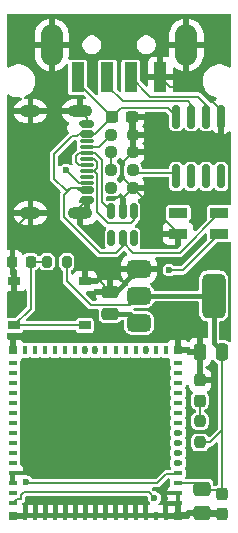
<source format=gbr>
%TF.GenerationSoftware,KiCad,Pcbnew,9.0.5*%
%TF.CreationDate,2025-10-06T23:19:49+02:00*%
%TF.ProjectId,usb-dmx,7573622d-646d-4782-9e6b-696361645f70,1.2*%
%TF.SameCoordinates,Original*%
%TF.FileFunction,Copper,L1,Top*%
%TF.FilePolarity,Positive*%
%FSLAX46Y46*%
G04 Gerber Fmt 4.6, Leading zero omitted, Abs format (unit mm)*
G04 Created by KiCad (PCBNEW 9.0.5) date 2025-10-06 23:19:49*
%MOMM*%
%LPD*%
G01*
G04 APERTURE LIST*
G04 Aperture macros list*
%AMRoundRect*
0 Rectangle with rounded corners*
0 $1 Rounding radius*
0 $2 $3 $4 $5 $6 $7 $8 $9 X,Y pos of 4 corners*
0 Add a 4 corners polygon primitive as box body*
4,1,4,$2,$3,$4,$5,$6,$7,$8,$9,$2,$3,0*
0 Add four circle primitives for the rounded corners*
1,1,$1+$1,$2,$3*
1,1,$1+$1,$4,$5*
1,1,$1+$1,$6,$7*
1,1,$1+$1,$8,$9*
0 Add four rect primitives between the rounded corners*
20,1,$1+$1,$2,$3,$4,$5,0*
20,1,$1+$1,$4,$5,$6,$7,0*
20,1,$1+$1,$6,$7,$8,$9,0*
20,1,$1+$1,$8,$9,$2,$3,0*%
%AMOutline5P*
0 Free polygon, 5 corners , with rotation*
0 The origin of the aperture is its center*
0 number of corners: always 5*
0 $1 to $10 corner X, Y*
0 $11 Rotation angle, in degrees counterclockwise*
0 create outline with 5 corners*
4,1,5,$1,$2,$3,$4,$5,$6,$7,$8,$9,$10,$1,$2,$11*%
%AMOutline6P*
0 Free polygon, 6 corners , with rotation*
0 The origin of the aperture is its center*
0 number of corners: always 6*
0 $1 to $12 corner X, Y*
0 $13 Rotation angle, in degrees counterclockwise*
0 create outline with 6 corners*
4,1,6,$1,$2,$3,$4,$5,$6,$7,$8,$9,$10,$11,$12,$1,$2,$13*%
%AMOutline7P*
0 Free polygon, 7 corners , with rotation*
0 The origin of the aperture is its center*
0 number of corners: always 7*
0 $1 to $14 corner X, Y*
0 $15 Rotation angle, in degrees counterclockwise*
0 create outline with 7 corners*
4,1,7,$1,$2,$3,$4,$5,$6,$7,$8,$9,$10,$11,$12,$13,$14,$1,$2,$15*%
%AMOutline8P*
0 Free polygon, 8 corners , with rotation*
0 The origin of the aperture is its center*
0 number of corners: always 8*
0 $1 to $16 corner X, Y*
0 $17 Rotation angle, in degrees counterclockwise*
0 create outline with 8 corners*
4,1,8,$1,$2,$3,$4,$5,$6,$7,$8,$9,$10,$11,$12,$13,$14,$15,$16,$1,$2,$17*%
G04 Aperture macros list end*
%TA.AperFunction,SMDPad,CuDef*%
%ADD10R,1.100000X2.500000*%
%TD*%
%TA.AperFunction,HeatsinkPad*%
%ADD11O,1.900000X3.500000*%
%TD*%
%TA.AperFunction,SMDPad,CuDef*%
%ADD12RoundRect,0.237500X0.237500X-0.250000X0.237500X0.250000X-0.237500X0.250000X-0.237500X-0.250000X0*%
%TD*%
%TA.AperFunction,SMDPad,CuDef*%
%ADD13R,0.800000X0.400000*%
%TD*%
%TA.AperFunction,SMDPad,CuDef*%
%ADD14R,0.400000X0.800000*%
%TD*%
%TA.AperFunction,HeatsinkPad*%
%ADD15Outline5P,-0.600000X0.204000X-0.204000X0.600000X0.600000X0.600000X0.600000X-0.600000X-0.600000X-0.600000X180.000000*%
%TD*%
%TA.AperFunction,HeatsinkPad*%
%ADD16R,1.200000X1.200000*%
%TD*%
%TA.AperFunction,SMDPad,CuDef*%
%ADD17R,0.800000X0.800000*%
%TD*%
%TA.AperFunction,SMDPad,CuDef*%
%ADD18RoundRect,0.237500X-0.250000X-0.237500X0.250000X-0.237500X0.250000X0.237500X-0.250000X0.237500X0*%
%TD*%
%TA.AperFunction,SMDPad,CuDef*%
%ADD19RoundRect,0.237500X0.237500X-0.300000X0.237500X0.300000X-0.237500X0.300000X-0.237500X-0.300000X0*%
%TD*%
%TA.AperFunction,SMDPad,CuDef*%
%ADD20RoundRect,0.150000X-0.150000X0.512500X-0.150000X-0.512500X0.150000X-0.512500X0.150000X0.512500X0*%
%TD*%
%TA.AperFunction,SMDPad,CuDef*%
%ADD21RoundRect,0.237500X-0.237500X0.300000X-0.237500X-0.300000X0.237500X-0.300000X0.237500X0.300000X0*%
%TD*%
%TA.AperFunction,SMDPad,CuDef*%
%ADD22RoundRect,0.200000X0.200000X0.275000X-0.200000X0.275000X-0.200000X-0.275000X0.200000X-0.275000X0*%
%TD*%
%TA.AperFunction,SMDPad,CuDef*%
%ADD23RoundRect,0.250000X0.475000X-0.250000X0.475000X0.250000X-0.475000X0.250000X-0.475000X-0.250000X0*%
%TD*%
%TA.AperFunction,SMDPad,CuDef*%
%ADD24RoundRect,0.250000X-0.475000X0.337500X-0.475000X-0.337500X0.475000X-0.337500X0.475000X0.337500X0*%
%TD*%
%TA.AperFunction,SMDPad,CuDef*%
%ADD25RoundRect,0.375000X-0.625000X-0.375000X0.625000X-0.375000X0.625000X0.375000X-0.625000X0.375000X0*%
%TD*%
%TA.AperFunction,SMDPad,CuDef*%
%ADD26RoundRect,0.500000X-0.500000X-1.400000X0.500000X-1.400000X0.500000X1.400000X-0.500000X1.400000X0*%
%TD*%
%TA.AperFunction,SMDPad,CuDef*%
%ADD27RoundRect,0.250000X0.250000X0.475000X-0.250000X0.475000X-0.250000X-0.475000X0.250000X-0.475000X0*%
%TD*%
%TA.AperFunction,SMDPad,CuDef*%
%ADD28R,1.600000X0.850000*%
%TD*%
%TA.AperFunction,SMDPad,CuDef*%
%ADD29RoundRect,0.237500X-0.300000X-0.237500X0.300000X-0.237500X0.300000X0.237500X-0.300000X0.237500X0*%
%TD*%
%TA.AperFunction,SMDPad,CuDef*%
%ADD30RoundRect,0.150000X-0.425000X0.150000X-0.425000X-0.150000X0.425000X-0.150000X0.425000X0.150000X0*%
%TD*%
%TA.AperFunction,SMDPad,CuDef*%
%ADD31RoundRect,0.075000X-0.500000X0.075000X-0.500000X-0.075000X0.500000X-0.075000X0.500000X0.075000X0*%
%TD*%
%TA.AperFunction,HeatsinkPad*%
%ADD32O,2.100000X1.000000*%
%TD*%
%TA.AperFunction,HeatsinkPad*%
%ADD33O,1.800000X1.000000*%
%TD*%
%TA.AperFunction,SMDPad,CuDef*%
%ADD34R,1.000000X0.750000*%
%TD*%
%TA.AperFunction,SMDPad,CuDef*%
%ADD35RoundRect,0.225000X0.225000X0.250000X-0.225000X0.250000X-0.225000X-0.250000X0.225000X-0.250000X0*%
%TD*%
%TA.AperFunction,SMDPad,CuDef*%
%ADD36RoundRect,0.162500X0.162500X-0.825000X0.162500X0.825000X-0.162500X0.825000X-0.162500X-0.825000X0*%
%TD*%
%TA.AperFunction,ViaPad*%
%ADD37C,0.600000*%
%TD*%
%TA.AperFunction,Conductor*%
%ADD38C,0.200000*%
%TD*%
%TA.AperFunction,Conductor*%
%ADD39C,0.400000*%
%TD*%
%TA.AperFunction,Conductor*%
%ADD40C,0.800000*%
%TD*%
G04 APERTURE END LIST*
D10*
%TO.P,J2,1,VBUS*%
%TO.N,VCC_5V*%
X96500000Y-49650000D03*
%TO.P,J2,2,D-*%
%TO.N,DMX-*%
X99000000Y-49650000D03*
%TO.P,J2,3,D+*%
%TO.N,DMX+*%
X101000000Y-49650000D03*
%TO.P,J2,4,GND*%
%TO.N,GND*%
X103500000Y-49650000D03*
D11*
%TO.P,J2,5,Shield*%
X94300000Y-46900000D03*
X105700000Y-46900000D03*
%TD*%
D12*
%TO.P,R3,1*%
%TO.N,VCC_3.3V*%
X106850000Y-80562500D03*
%TO.P,R3,2*%
%TO.N,Net-(U3-EN)*%
X106850000Y-78737500D03*
%TD*%
D13*
%TO.P,U3,1,GND*%
%TO.N,GND*%
X105000000Y-85700000D03*
%TO.P,U3,2,GND*%
X105000000Y-84850000D03*
%TO.P,U3,3,3V3*%
%TO.N,VCC_3.3V*%
X105000000Y-84000000D03*
%TO.P,U3,4,IO0*%
%TO.N,0*%
X105000000Y-83150000D03*
%TO.P,U3,5,IO1*%
%TO.N,1*%
X105000000Y-82300000D03*
%TO.P,U3,6,IO2*%
%TO.N,2*%
X105000000Y-81450000D03*
%TO.P,U3,7,IO3*%
%TO.N,3*%
X105000000Y-80600000D03*
%TO.P,U3,8,IO4*%
%TO.N,4*%
X105000000Y-79750000D03*
%TO.P,U3,9,IO5*%
%TO.N,unconnected-(U3-IO5-Pad9)*%
X105000000Y-78900000D03*
%TO.P,U3,10,IO6*%
%TO.N,unconnected-(U3-IO6-Pad10)*%
X105000000Y-78050000D03*
%TO.P,U3,11,IO7*%
%TO.N,unconnected-(U3-IO7-Pad11)*%
X105000000Y-77200000D03*
%TO.P,U3,12,IO8*%
%TO.N,unconnected-(U3-IO8-Pad12)*%
X105000000Y-76350000D03*
%TO.P,U3,13,IO9*%
%TO.N,unconnected-(U3-IO9-Pad13)*%
X105000000Y-75500000D03*
%TO.P,U3,14,IO10*%
%TO.N,unconnected-(U3-IO10-Pad14)*%
X105000000Y-74650000D03*
%TO.P,U3,15,IO11*%
%TO.N,unconnected-(U3-IO11-Pad15)*%
X105000000Y-73800000D03*
D14*
%TO.P,U3,16,IO12*%
%TO.N,unconnected-(U3-IO12-Pad16)*%
X103950000Y-72750000D03*
%TO.P,U3,17,IO13*%
%TO.N,unconnected-(U3-IO13-Pad17)*%
X103100000Y-72750000D03*
%TO.P,U3,18,IO14*%
%TO.N,14*%
X102250000Y-72750000D03*
%TO.P,U3,19,IO15*%
%TO.N,15*%
X101400000Y-72750000D03*
%TO.P,U3,20,IO16*%
%TO.N,unconnected-(U3-IO16-Pad20)*%
X100550000Y-72750000D03*
%TO.P,U3,21,IO17*%
%TO.N,unconnected-(U3-IO17-Pad21)*%
X99700000Y-72750000D03*
%TO.P,U3,22,IO18*%
%TO.N,unconnected-(U3-IO18-Pad22)*%
X98850000Y-72750000D03*
%TO.P,U3,23,USB_D-*%
%TO.N,D-*%
X98000000Y-72750000D03*
%TO.P,U3,24,USB_D+*%
%TO.N,D+*%
X97150000Y-72750000D03*
%TO.P,U3,25,IO21*%
%TO.N,unconnected-(U3-IO21-Pad25)*%
X96300000Y-72750000D03*
%TO.P,U3,26,IO26*%
%TO.N,unconnected-(U3-IO26-Pad26)*%
X95450000Y-72750000D03*
%TO.P,U3,27,IO47*%
%TO.N,unconnected-(U3-IO47-Pad27)*%
X94600000Y-72750000D03*
%TO.P,U3,28,IO33*%
%TO.N,unconnected-(U3-IO33-Pad28)*%
X93750000Y-72750000D03*
%TO.P,U3,29,IO34*%
%TO.N,unconnected-(U3-IO34-Pad29)*%
X92900000Y-72750000D03*
%TO.P,U3,30,IO48*%
%TO.N,unconnected-(U3-IO48-Pad30)*%
X92050000Y-72750000D03*
D13*
%TO.P,U3,31,IO35*%
%TO.N,unconnected-(U3-IO35-Pad31)*%
X91000000Y-73800000D03*
%TO.P,U3,32,IO36*%
%TO.N,unconnected-(U3-IO36-Pad32)*%
X91000000Y-74650000D03*
%TO.P,U3,33,IO37*%
%TO.N,unconnected-(U3-IO37-Pad33)*%
X91000000Y-75500000D03*
%TO.P,U3,34,IO38*%
%TO.N,unconnected-(U3-IO38-Pad34)*%
X91000000Y-76350000D03*
%TO.P,U3,35,IO39*%
%TO.N,unconnected-(U3-IO39-Pad35)*%
X91000000Y-77200000D03*
%TO.P,U3,36,IO40*%
%TO.N,unconnected-(U3-IO40-Pad36)*%
X91000000Y-78050000D03*
%TO.P,U3,37,IO41*%
%TO.N,unconnected-(U3-IO41-Pad37)*%
X91000000Y-78900000D03*
%TO.P,U3,38,IO42*%
%TO.N,unconnected-(U3-IO42-Pad38)*%
X91000000Y-79750000D03*
%TO.P,U3,39,TXD0*%
%TO.N,unconnected-(U3-TXD0-Pad39)*%
X91000000Y-80600000D03*
%TO.P,U3,40,RXD0*%
%TO.N,unconnected-(U3-RXD0-Pad40)*%
X91000000Y-81450000D03*
%TO.P,U3,41,IO45*%
%TO.N,unconnected-(U3-IO45-Pad41)*%
X91000000Y-82300000D03*
%TO.P,U3,42,GND*%
%TO.N,GND*%
X91000000Y-83150000D03*
%TO.P,U3,43,GND*%
X91000000Y-84000000D03*
%TO.P,U3,44,IO46*%
%TO.N,unconnected-(U3-IO46-Pad44)*%
X91000000Y-84850000D03*
%TO.P,U3,45,EN*%
%TO.N,Net-(U3-EN)*%
X91000000Y-85700000D03*
D14*
%TO.P,U3,46,GND*%
%TO.N,GND*%
X92050000Y-86750000D03*
%TO.P,U3,47,GND*%
X92900000Y-86750000D03*
%TO.P,U3,48,GND*%
X93750000Y-86750000D03*
%TO.P,U3,49,GND*%
X94600000Y-86750000D03*
%TO.P,U3,50,GND*%
X95450000Y-86750000D03*
%TO.P,U3,51,GND*%
X96300000Y-86750000D03*
%TO.P,U3,52,GND*%
X97150000Y-86750000D03*
%TO.P,U3,53,GND*%
X98000000Y-86750000D03*
%TO.P,U3,54,GND*%
X98850000Y-86750000D03*
%TO.P,U3,55,GND*%
X99700000Y-86750000D03*
%TO.P,U3,56,GND*%
X100550000Y-86750000D03*
%TO.P,U3,57,GND*%
X101400000Y-86750000D03*
%TO.P,U3,58,GND*%
X102250000Y-86750000D03*
%TO.P,U3,59,GND*%
X103100000Y-86750000D03*
%TO.P,U3,60,GND*%
X103950000Y-86750000D03*
D15*
%TO.P,U3,61,GND*%
X99650000Y-81400000D03*
D16*
X99650000Y-79750000D03*
X99650000Y-78100000D03*
X98000000Y-81400000D03*
X98000000Y-79750000D03*
X98000000Y-78100000D03*
X96350000Y-81400000D03*
X96350000Y-79750000D03*
X96350000Y-78100000D03*
D17*
%TO.P,U3,62,GND*%
X105000000Y-86750000D03*
%TO.P,U3,63,GND*%
X105000000Y-72750000D03*
%TO.P,U3,64,GND*%
X91000000Y-72750000D03*
%TO.P,U3,65,GND*%
X91000000Y-86750000D03*
%TD*%
D18*
%TO.P,R5,1*%
%TO.N,1*%
X99337500Y-57500000D03*
%TO.P,R5,2*%
%TO.N,Net-(U5-RO)*%
X101162500Y-57500000D03*
%TD*%
D19*
%TO.P,C3,1*%
%TO.N,Net-(U3-EN)*%
X106850000Y-77012500D03*
%TO.P,C3,2*%
%TO.N,GND*%
X106850000Y-75287500D03*
%TD*%
D20*
%TO.P,U4,1,I/O1*%
%TO.N,Net-(J1-D+-PadA6)*%
X101250000Y-61000000D03*
%TO.P,U4,2,GND*%
%TO.N,GND*%
X100300000Y-61000000D03*
%TO.P,U4,3,I/O2*%
%TO.N,Net-(J1-D--PadA7)*%
X99350000Y-61000000D03*
%TO.P,U4,4,I/O2*%
%TO.N,D-*%
X99350000Y-63275000D03*
%TO.P,U4,5,VBUS*%
%TO.N,VCC_5V*%
X100300000Y-63275000D03*
%TO.P,U4,6,I/O1*%
%TO.N,D+*%
X101250000Y-63275000D03*
%TD*%
D18*
%TO.P,R1,1*%
%TO.N,Net-(J1-CC1)*%
X99337500Y-54500000D03*
%TO.P,R1,2*%
%TO.N,GND*%
X101162500Y-54500000D03*
%TD*%
D21*
%TO.P,C4,1*%
%TO.N,VCC_3.3V*%
X108750000Y-84887500D03*
%TO.P,C4,2*%
%TO.N,GND*%
X108750000Y-86612500D03*
%TD*%
D22*
%TO.P,R4,1*%
%TO.N,VCC_3.3V*%
X95575000Y-65250000D03*
%TO.P,R4,2*%
%TO.N,0*%
X93925000Y-65250000D03*
%TD*%
D23*
%TO.P,C2,1*%
%TO.N,VCC_5V*%
X99250000Y-69700000D03*
%TO.P,C2,2*%
%TO.N,GND*%
X99250000Y-67800000D03*
%TD*%
D18*
%TO.P,R2,1*%
%TO.N,Net-(J1-CC2)*%
X99337500Y-59000000D03*
%TO.P,R2,2*%
%TO.N,GND*%
X101162500Y-59000000D03*
%TD*%
D24*
%TO.P,C7,1*%
%TO.N,VCC_3.3V*%
X107000000Y-84462500D03*
%TO.P,C7,2*%
%TO.N,GND*%
X107000000Y-86537500D03*
%TD*%
D25*
%TO.P,U1,1,GND*%
%TO.N,GND*%
X101700000Y-65850000D03*
%TO.P,U1,2,VO*%
%TO.N,VCC_3.3V*%
X101700000Y-68150000D03*
D26*
X108000000Y-68150000D03*
D25*
%TO.P,U1,3,VI*%
%TO.N,VCC_5V*%
X101700000Y-70450000D03*
%TD*%
D27*
%TO.P,C1,1*%
%TO.N,VCC_3.3V*%
X108750000Y-72900000D03*
%TO.P,C1,2*%
%TO.N,GND*%
X106850000Y-72900000D03*
%TD*%
D28*
%TO.P,D1,1,DOUT*%
%TO.N,unconnected-(D1-DOUT-Pad1)*%
X105000000Y-61125000D03*
%TO.P,D1,2,VSS*%
%TO.N,GND*%
X105000000Y-62875000D03*
%TO.P,D1,3,DIN*%
%TO.N,14*%
X108500000Y-62875000D03*
%TO.P,D1,4,VDD*%
%TO.N,VCC_5V*%
X108500000Y-61125000D03*
%TD*%
D18*
%TO.P,R6,1*%
%TO.N,1*%
X99337500Y-56000000D03*
%TO.P,R6,2*%
%TO.N,GND*%
X101162500Y-56000000D03*
%TD*%
D29*
%TO.P,C6,1*%
%TO.N,VCC_5V*%
X99387500Y-53000000D03*
%TO.P,C6,2*%
%TO.N,GND*%
X101112500Y-53000000D03*
%TD*%
D30*
%TO.P,J1,A1,GND*%
%TO.N,GND*%
X97255000Y-53620000D03*
%TO.P,J1,A4,VBUS*%
%TO.N,VCC_5V*%
X97255000Y-54420000D03*
D31*
%TO.P,J1,A5,CC1*%
%TO.N,Net-(J1-CC1)*%
X97255000Y-55570000D03*
%TO.P,J1,A6,D+*%
%TO.N,Net-(J1-D+-PadA6)*%
X97255000Y-56570000D03*
%TO.P,J1,A7,D-*%
%TO.N,Net-(J1-D--PadA7)*%
X97255000Y-57070000D03*
%TO.P,J1,A8,SBU1*%
%TO.N,unconnected-(J1-SBU1-PadA8)*%
X97255000Y-58070000D03*
D30*
%TO.P,J1,A9,VBUS*%
%TO.N,VCC_5V*%
X97255000Y-59220000D03*
%TO.P,J1,A12,GND*%
%TO.N,GND*%
X97255000Y-60020000D03*
%TO.P,J1,B1,GND*%
X97255000Y-60020000D03*
%TO.P,J1,B4,VBUS*%
%TO.N,VCC_5V*%
X97255000Y-59220000D03*
D31*
%TO.P,J1,B5,CC2*%
%TO.N,Net-(J1-CC2)*%
X97255000Y-58570000D03*
%TO.P,J1,B6,D+*%
%TO.N,Net-(J1-D+-PadA6)*%
X97255000Y-57570000D03*
%TO.P,J1,B7,D-*%
%TO.N,Net-(J1-D--PadA7)*%
X97255000Y-56070000D03*
%TO.P,J1,B8,SBU2*%
%TO.N,unconnected-(J1-SBU2-PadB8)*%
X97255000Y-55070000D03*
D30*
%TO.P,J1,B9,VBUS*%
%TO.N,VCC_5V*%
X97255000Y-54420000D03*
%TO.P,J1,B12,GND*%
%TO.N,GND*%
X97255000Y-53620000D03*
D32*
%TO.P,J1,S1,SHIELD*%
X96680000Y-52500000D03*
D33*
X92500000Y-52500000D03*
D32*
X96680000Y-61140000D03*
D33*
X92500000Y-61140000D03*
%TD*%
D34*
%TO.P,SW2,1,1*%
%TO.N,GND*%
X91100000Y-66900000D03*
X97100000Y-66900000D03*
%TO.P,SW2,2,2*%
%TO.N,0*%
X91100000Y-70650000D03*
X97100000Y-70650000D03*
%TD*%
D35*
%TO.P,C5,1*%
%TO.N,0*%
X92525000Y-65250000D03*
%TO.P,C5,2*%
%TO.N,GND*%
X90975000Y-65250000D03*
%TD*%
D36*
%TO.P,U5,1,RO*%
%TO.N,Net-(U5-RO)*%
X104845000Y-58037500D03*
%TO.P,U5,2,~{RE}*%
%TO.N,2*%
X106115000Y-58037500D03*
%TO.P,U5,3,DE*%
%TO.N,3*%
X107385000Y-58037500D03*
%TO.P,U5,4,DI*%
%TO.N,4*%
X108655000Y-58037500D03*
%TO.P,U5,5,GND*%
%TO.N,GND*%
X108655000Y-52962500D03*
%TO.P,U5,6,A*%
%TO.N,DMX+*%
X107385000Y-52962500D03*
%TO.P,U5,7,B*%
%TO.N,DMX-*%
X106115000Y-52962500D03*
%TO.P,U5,8,VCC*%
%TO.N,VCC_5V*%
X104845000Y-52962500D03*
%TD*%
D37*
%TO.N,Net-(U3-EN)*%
X106850000Y-78737500D03*
X103000000Y-85250000D03*
%TO.N,14*%
X102250000Y-72750000D03*
X104249839Y-65958952D03*
%TO.N,1*%
X105000000Y-82300000D03*
X99337500Y-57500000D03*
%TO.N,2*%
X106115000Y-58037500D03*
X105000000Y-81450000D03*
%TO.N,0*%
X92125000Y-83875000D03*
X91100000Y-70650000D03*
%TO.N,4*%
X108655000Y-58037500D03*
X105000000Y-79750000D03*
%TO.N,GND*%
X95500000Y-56500000D03*
X104000000Y-75250000D03*
X108000000Y-65000000D03*
X101150000Y-66500000D03*
X108000000Y-77500000D03*
X98000000Y-83000000D03*
X98000000Y-75250000D03*
X99250000Y-66500000D03*
X102500000Y-53000000D03*
X101162500Y-56000000D03*
X101000000Y-85500000D03*
X104000000Y-59500000D03*
X93500000Y-75250000D03*
X108250000Y-55500000D03*
X100000000Y-47000000D03*
X93500000Y-79750000D03*
X93500000Y-69750000D03*
X91750000Y-45250000D03*
X93750000Y-66750000D03*
X108000000Y-74500000D03*
X101000000Y-83000000D03*
X92250000Y-56500000D03*
X104250000Y-70250000D03*
X92250000Y-57500000D03*
X104252983Y-66758949D03*
X102000000Y-77500000D03*
X107750000Y-82500000D03*
X94250000Y-49750000D03*
X93500000Y-85500000D03*
X106850000Y-72900000D03*
X93250000Y-63500000D03*
X105000000Y-55750000D03*
X108250000Y-46750000D03*
%TO.N,VCC_5V*%
X101700000Y-70450000D03*
X96500000Y-49650000D03*
%TO.N,D+*%
X97150000Y-72750000D03*
X101250000Y-63275000D03*
%TO.N,D-*%
X99350000Y-63275000D03*
X98000000Y-72750000D03*
%TO.N,3*%
X107385000Y-58037500D03*
X105000000Y-80600000D03*
%TO.N,Net-(J1-CC2)*%
X99337500Y-59000000D03*
X95500000Y-57500000D03*
%TD*%
D38*
%TO.N,Net-(U3-EN)*%
X91701000Y-85351000D02*
X91349000Y-85351000D01*
X91701000Y-84999000D02*
X91701000Y-85351000D01*
X91349000Y-85351000D02*
X91000000Y-85700000D01*
X102500000Y-84750000D02*
X91950000Y-84750000D01*
X106850000Y-77012500D02*
X106850000Y-78737500D01*
X103000000Y-85250000D02*
X102500000Y-84750000D01*
X91950000Y-84750000D02*
X91701000Y-84999000D01*
%TO.N,14*%
X104290887Y-66000000D02*
X105375000Y-66000000D01*
X104249839Y-65958952D02*
X104290887Y-66000000D01*
X105375000Y-66000000D02*
X108500000Y-62875000D01*
%TO.N,1*%
X99337500Y-57500000D02*
X99337500Y-56000000D01*
%TO.N,0*%
X104900000Y-83250000D02*
X105000000Y-83150000D01*
X104000000Y-83250000D02*
X104900000Y-83250000D01*
X92250000Y-84000000D02*
X103250000Y-84000000D01*
X92525000Y-69225000D02*
X92525000Y-65250000D01*
X97100000Y-70650000D02*
X91100000Y-70650000D01*
X92525000Y-65250000D02*
X93925000Y-65250000D01*
X92125000Y-83875000D02*
X92250000Y-84000000D01*
X103250000Y-84000000D02*
X104000000Y-83250000D01*
X91100000Y-70650000D02*
X92525000Y-69225000D01*
%TO.N,GND*%
X105000000Y-72750000D02*
X106700000Y-72750000D01*
X98350000Y-66900000D02*
X99250000Y-67800000D01*
D39*
X99750000Y-67800000D02*
X99250000Y-67800000D01*
D38*
X106850000Y-75287500D02*
X106850000Y-72900000D01*
X101162500Y-59000000D02*
X100300000Y-59862500D01*
D40*
X101450000Y-65850000D02*
X101700000Y-65850000D01*
D38*
X90975000Y-65250000D02*
X90975000Y-62665000D01*
X101162500Y-59000000D02*
X100250000Y-58087500D01*
X105000000Y-86750000D02*
X105212500Y-86537500D01*
D39*
X101150000Y-66500000D02*
X101050000Y-66500000D01*
D38*
X90975000Y-62665000D02*
X92500000Y-61140000D01*
X100300000Y-59862500D02*
X100300000Y-61000000D01*
X97100000Y-66900000D02*
X98350000Y-66900000D01*
X108625000Y-86537500D02*
X108850000Y-86762500D01*
X108655000Y-52405000D02*
X108655000Y-52962500D01*
X91100000Y-66900000D02*
X91100000Y-65375000D01*
X105000000Y-62837500D02*
X101162500Y-59000000D01*
X100250000Y-56912500D02*
X101162500Y-56000000D01*
X104350000Y-50500000D02*
X106750000Y-50500000D01*
X97255000Y-53620000D02*
X97255000Y-53075000D01*
X100250000Y-58087500D02*
X100250000Y-56912500D01*
X106750000Y-50500000D02*
X108655000Y-52405000D01*
X101162500Y-54500000D02*
X101162500Y-53050000D01*
X103500000Y-49650000D02*
X104350000Y-50500000D01*
X106700000Y-72750000D02*
X106850000Y-72900000D01*
X97255000Y-53075000D02*
X96680000Y-52500000D01*
X101162500Y-56000000D02*
X101162500Y-54500000D01*
X96680000Y-61140000D02*
X96680000Y-60595000D01*
D39*
X101050000Y-66500000D02*
X99750000Y-67800000D01*
D38*
X105000000Y-62875000D02*
X105000000Y-62837500D01*
X91100000Y-65375000D02*
X90975000Y-65250000D01*
D39*
X101700000Y-65850000D02*
X101150000Y-66400000D01*
D38*
X105212500Y-86537500D02*
X108625000Y-86537500D01*
D39*
X101150000Y-66400000D02*
X101150000Y-66500000D01*
D38*
X96680000Y-60595000D02*
X97255000Y-60020000D01*
%TO.N,VCC_5V*%
X95329000Y-61471785D02*
X98357215Y-64500000D01*
X97255000Y-59220000D02*
X97069000Y-59034000D01*
X97255000Y-54420000D02*
X97967500Y-54420000D01*
X100300000Y-63937499D02*
X100300000Y-63275000D01*
X95329000Y-59604992D02*
X95329000Y-61471785D01*
X95470000Y-59220000D02*
X94500000Y-58250000D01*
X96500000Y-50112500D02*
X99387500Y-53000000D01*
X96646008Y-54420000D02*
X97255000Y-54420000D01*
X100163500Y-52224000D02*
X99387500Y-53000000D01*
X94500000Y-56158004D02*
X96052004Y-54606000D01*
X105125000Y-64500000D02*
X108500000Y-61125000D01*
X96500000Y-49650000D02*
X96500000Y-50112500D01*
X96646008Y-59220000D02*
X96460008Y-59034000D01*
X97967500Y-54420000D02*
X99387500Y-53000000D01*
X99737499Y-64500000D02*
X100300000Y-63937499D01*
X104106500Y-52224000D02*
X100163500Y-52224000D01*
X97069000Y-59034000D02*
X95899992Y-59034000D01*
D39*
X100950000Y-69700000D02*
X101700000Y-70450000D01*
D38*
X96052004Y-54606000D02*
X96460008Y-54606000D01*
X97255000Y-59220000D02*
X96646008Y-59220000D01*
D39*
X99250000Y-69700000D02*
X100950000Y-69700000D01*
D38*
X104845000Y-52962500D02*
X104106500Y-52224000D01*
X100300000Y-63629468D02*
X101170532Y-64500000D01*
X95899992Y-59034000D02*
X95713992Y-59220000D01*
X96460008Y-59034000D02*
X95899992Y-59034000D01*
X100300000Y-63275000D02*
X100300000Y-63629468D01*
X96460008Y-54606000D02*
X96646008Y-54420000D01*
X94500000Y-58250000D02*
X94500000Y-56158004D01*
X95713992Y-59220000D02*
X95470000Y-59220000D01*
X98357215Y-64500000D02*
X99737499Y-64500000D01*
X101170532Y-64500000D02*
X105125000Y-64500000D01*
X95899992Y-59034000D02*
X95329000Y-59604992D01*
%TO.N,VCC_3.3V*%
X107687500Y-80562500D02*
X108750000Y-79500000D01*
X97622000Y-68899000D02*
X100951000Y-68899000D01*
X105000000Y-84000000D02*
X106537500Y-84000000D01*
X106850000Y-80562500D02*
X107687500Y-80562500D01*
X100951000Y-68899000D02*
X101700000Y-68150000D01*
X108700000Y-84887500D02*
X108750000Y-84887500D01*
D39*
X101700000Y-68150000D02*
X108000000Y-68150000D01*
D38*
X95575000Y-66852000D02*
X97622000Y-68899000D01*
X107150000Y-84612500D02*
X108425000Y-84612500D01*
X108750000Y-84887500D02*
X108750000Y-79500000D01*
D39*
X108000000Y-68150000D02*
X108000000Y-72150000D01*
X108000000Y-72150000D02*
X108750000Y-72900000D01*
D38*
X108750000Y-72900000D02*
X108750000Y-79500000D01*
X106537500Y-84000000D02*
X107150000Y-84612500D01*
X95575000Y-65250000D02*
X95575000Y-66852000D01*
X108425000Y-84612500D02*
X108700000Y-84887500D01*
%TO.N,DMX+*%
X106682999Y-51273000D02*
X107385000Y-51975001D01*
X101000000Y-49650000D02*
X102623000Y-51273000D01*
X102623000Y-51273000D02*
X106682999Y-51273000D01*
X107385000Y-51975001D02*
X107385000Y-52962500D01*
%TO.N,DMX-*%
X105813999Y-51674000D02*
X100324000Y-51674000D01*
X106115000Y-52962500D02*
X106115000Y-51975001D01*
X106115000Y-51975001D02*
X105813999Y-51674000D01*
X100324000Y-51674000D02*
X99000000Y-50350000D01*
X99000000Y-50350000D02*
X99000000Y-49650000D01*
%TO.N,Net-(J1-D--PadA7)*%
X97255000Y-56070000D02*
X97930924Y-56070000D01*
X96646176Y-57070000D02*
X96379000Y-56802824D01*
X98532000Y-56671076D02*
X98532000Y-60182000D01*
X98532000Y-60182000D02*
X99350000Y-61000000D01*
X96646176Y-56070000D02*
X97255000Y-56070000D01*
X97930924Y-56070000D02*
X98532000Y-56671076D01*
X96379000Y-56802824D02*
X96379000Y-56337176D01*
X97255000Y-57070000D02*
X96646176Y-57070000D01*
X96379000Y-56337176D02*
X96646176Y-56070000D01*
%TO.N,Net-(J1-CC2)*%
X95500000Y-57500000D02*
X96570000Y-58570000D01*
X96570000Y-58570000D02*
X97255000Y-58570000D01*
%TO.N,Net-(J1-D+-PadA6)*%
X98131000Y-57837176D02*
X98131000Y-61085468D01*
X97863824Y-57570000D02*
X98131000Y-57302824D01*
X97255000Y-57570000D02*
X97863824Y-57570000D01*
X98131000Y-61085468D02*
X99045532Y-62000000D01*
X101250000Y-61750000D02*
X101250000Y-61000000D01*
X98131000Y-56837176D02*
X97863824Y-56570000D01*
X101000000Y-62000000D02*
X101250000Y-61750000D01*
X99045532Y-62000000D02*
X101000000Y-62000000D01*
X98131000Y-57302824D02*
X98131000Y-56837176D01*
X97863824Y-56570000D02*
X97255000Y-56570000D01*
X97863824Y-57570000D02*
X98131000Y-57837176D01*
%TO.N,Net-(J1-CC1)*%
X97255000Y-55570000D02*
X98267500Y-55570000D01*
X98267500Y-55570000D02*
X99337500Y-54500000D01*
%TO.N,Net-(U5-RO)*%
X104557500Y-57750000D02*
X104845000Y-58037500D01*
X101162500Y-57750000D02*
X104557500Y-57750000D01*
%TD*%
%TA.AperFunction,Conductor*%
%TO.N,GND*%
G36*
X104300219Y-83620185D02*
G01*
X104345974Y-83672989D01*
X104355918Y-83742147D01*
X104354798Y-83748690D01*
X104349500Y-83775326D01*
X104349500Y-84150873D01*
X104329815Y-84217912D01*
X104299812Y-84250139D01*
X104242814Y-84292807D01*
X104242808Y-84292814D01*
X104156649Y-84407906D01*
X104156645Y-84407913D01*
X104106403Y-84542620D01*
X104106401Y-84542627D01*
X104100000Y-84602155D01*
X104100000Y-84650000D01*
X104876000Y-84650000D01*
X104943039Y-84669685D01*
X104988794Y-84722489D01*
X105000000Y-84774000D01*
X105000000Y-84850000D01*
X105076000Y-84850000D01*
X105143039Y-84869685D01*
X105188794Y-84922489D01*
X105200000Y-84974000D01*
X105200000Y-85720000D01*
X105213681Y-85733681D01*
X105247166Y-85795004D01*
X105250000Y-85821362D01*
X105250000Y-86500000D01*
X105645000Y-86500000D01*
X105645000Y-86411500D01*
X105664685Y-86344461D01*
X105717489Y-86298706D01*
X105769000Y-86287500D01*
X108231000Y-86287500D01*
X108298039Y-86307185D01*
X108316440Y-86328421D01*
X108318681Y-86326181D01*
X108355000Y-86362500D01*
X108626000Y-86362500D01*
X108693039Y-86382185D01*
X108738794Y-86434989D01*
X108750000Y-86486500D01*
X108750000Y-86738500D01*
X108730315Y-86805539D01*
X108677511Y-86851294D01*
X108626000Y-86862500D01*
X107769000Y-86862500D01*
X107701961Y-86842815D01*
X107683559Y-86821578D01*
X107681319Y-86823819D01*
X107645000Y-86787500D01*
X106030000Y-86787500D01*
X106030000Y-86876000D01*
X106010315Y-86943039D01*
X105957511Y-86988794D01*
X105906000Y-87000000D01*
X104071362Y-87000000D01*
X104004323Y-86980315D01*
X103983681Y-86963681D01*
X103970000Y-86950000D01*
X92030000Y-86950000D01*
X92016319Y-86963681D01*
X91954996Y-86997166D01*
X91928638Y-87000000D01*
X91124000Y-87000000D01*
X91056961Y-86980315D01*
X91011206Y-86927511D01*
X91000000Y-86876000D01*
X91000000Y-86624000D01*
X91019685Y-86556961D01*
X91027718Y-86550000D01*
X92250000Y-86550000D01*
X92700000Y-86550000D01*
X93100000Y-86550000D01*
X93550000Y-86550000D01*
X93950000Y-86550000D01*
X94400000Y-86550000D01*
X94800000Y-86550000D01*
X95250000Y-86550000D01*
X95650000Y-86550000D01*
X96100000Y-86550000D01*
X96500000Y-86550000D01*
X96950000Y-86550000D01*
X97350000Y-86550000D01*
X97800000Y-86550000D01*
X98200000Y-86550000D01*
X98650000Y-86550000D01*
X99050000Y-86550000D01*
X99500000Y-86550000D01*
X99900000Y-86550000D01*
X100350000Y-86550000D01*
X100750000Y-86550000D01*
X101200000Y-86550000D01*
X101600000Y-86550000D01*
X102050000Y-86550000D01*
X102050000Y-85850000D01*
X102002155Y-85850000D01*
X101942627Y-85856401D01*
X101942617Y-85856403D01*
X101868332Y-85884110D01*
X101798641Y-85889094D01*
X101781668Y-85884110D01*
X101707382Y-85856403D01*
X101707372Y-85856401D01*
X101647844Y-85850000D01*
X101600000Y-85850000D01*
X101600000Y-86550000D01*
X101200000Y-86550000D01*
X101200000Y-85850000D01*
X101152155Y-85850000D01*
X101092627Y-85856401D01*
X101092617Y-85856403D01*
X101018332Y-85884110D01*
X100948641Y-85889094D01*
X100931668Y-85884110D01*
X100857382Y-85856403D01*
X100857372Y-85856401D01*
X100797844Y-85850000D01*
X100750000Y-85850000D01*
X100750000Y-86550000D01*
X100350000Y-86550000D01*
X100350000Y-85850000D01*
X100302155Y-85850000D01*
X100242627Y-85856401D01*
X100242617Y-85856403D01*
X100168332Y-85884110D01*
X100098641Y-85889094D01*
X100081668Y-85884110D01*
X100007382Y-85856403D01*
X100007372Y-85856401D01*
X99947844Y-85850000D01*
X99900000Y-85850000D01*
X99900000Y-86550000D01*
X99500000Y-86550000D01*
X99500000Y-85850000D01*
X99452155Y-85850000D01*
X99392627Y-85856401D01*
X99392617Y-85856403D01*
X99318332Y-85884110D01*
X99248641Y-85889094D01*
X99231668Y-85884110D01*
X99157382Y-85856403D01*
X99157372Y-85856401D01*
X99097844Y-85850000D01*
X99050000Y-85850000D01*
X99050000Y-86550000D01*
X98650000Y-86550000D01*
X98650000Y-85850000D01*
X98602155Y-85850000D01*
X98542627Y-85856401D01*
X98542617Y-85856403D01*
X98468332Y-85884110D01*
X98398641Y-85889094D01*
X98381668Y-85884110D01*
X98307382Y-85856403D01*
X98307372Y-85856401D01*
X98247844Y-85850000D01*
X98200000Y-85850000D01*
X98200000Y-86550000D01*
X97800000Y-86550000D01*
X97800000Y-85850000D01*
X97752155Y-85850000D01*
X97692627Y-85856401D01*
X97692617Y-85856403D01*
X97618332Y-85884110D01*
X97548641Y-85889094D01*
X97531668Y-85884110D01*
X97457382Y-85856403D01*
X97457372Y-85856401D01*
X97397844Y-85850000D01*
X97350000Y-85850000D01*
X97350000Y-86550000D01*
X96950000Y-86550000D01*
X96950000Y-85850000D01*
X96902155Y-85850000D01*
X96842627Y-85856401D01*
X96842617Y-85856403D01*
X96768332Y-85884110D01*
X96698641Y-85889094D01*
X96681668Y-85884110D01*
X96607382Y-85856403D01*
X96607372Y-85856401D01*
X96547844Y-85850000D01*
X96500000Y-85850000D01*
X96500000Y-86550000D01*
X96100000Y-86550000D01*
X96100000Y-85850000D01*
X96052155Y-85850000D01*
X95992627Y-85856401D01*
X95992617Y-85856403D01*
X95918332Y-85884110D01*
X95848641Y-85889094D01*
X95831668Y-85884110D01*
X95757382Y-85856403D01*
X95757372Y-85856401D01*
X95697844Y-85850000D01*
X95650000Y-85850000D01*
X95650000Y-86550000D01*
X95250000Y-86550000D01*
X95250000Y-85850000D01*
X95202155Y-85850000D01*
X95142627Y-85856401D01*
X95142617Y-85856403D01*
X95068332Y-85884110D01*
X94998641Y-85889094D01*
X94981668Y-85884110D01*
X94907382Y-85856403D01*
X94907372Y-85856401D01*
X94847844Y-85850000D01*
X94800000Y-85850000D01*
X94800000Y-86550000D01*
X94400000Y-86550000D01*
X94400000Y-85850000D01*
X94352155Y-85850000D01*
X94292627Y-85856401D01*
X94292617Y-85856403D01*
X94218332Y-85884110D01*
X94148641Y-85889094D01*
X94131668Y-85884110D01*
X94057382Y-85856403D01*
X94057372Y-85856401D01*
X93997844Y-85850000D01*
X93950000Y-85850000D01*
X93950000Y-86550000D01*
X93550000Y-86550000D01*
X93550000Y-85850000D01*
X93502155Y-85850000D01*
X93442627Y-85856401D01*
X93442617Y-85856403D01*
X93368332Y-85884110D01*
X93298641Y-85889094D01*
X93281668Y-85884110D01*
X93207382Y-85856403D01*
X93207372Y-85856401D01*
X93147844Y-85850000D01*
X93100000Y-85850000D01*
X93100000Y-86550000D01*
X92700000Y-86550000D01*
X92700000Y-85850000D01*
X92652155Y-85850000D01*
X92592627Y-85856401D01*
X92592617Y-85856403D01*
X92518332Y-85884110D01*
X92448641Y-85889094D01*
X92431668Y-85884110D01*
X92357382Y-85856403D01*
X92357372Y-85856401D01*
X92297844Y-85850000D01*
X92250000Y-85850000D01*
X92250000Y-86550000D01*
X91027718Y-86550000D01*
X91072489Y-86511206D01*
X91124000Y-86500000D01*
X91850000Y-86500000D01*
X91850000Y-85850000D01*
X91849960Y-85849960D01*
X91816475Y-85788637D01*
X91821459Y-85718945D01*
X91863331Y-85663012D01*
X91875623Y-85654903D01*
X91916212Y-85631469D01*
X91981469Y-85566212D01*
X92027614Y-85486288D01*
X92051500Y-85397144D01*
X92051500Y-85224500D01*
X92071185Y-85157461D01*
X92123989Y-85111706D01*
X92175500Y-85100500D01*
X102303456Y-85100500D01*
X102332896Y-85109144D01*
X102362883Y-85115668D01*
X102367898Y-85119422D01*
X102370495Y-85120185D01*
X102391137Y-85136819D01*
X102413181Y-85158863D01*
X102446666Y-85220186D01*
X102449500Y-85246544D01*
X102449500Y-85322475D01*
X102477451Y-85426788D01*
X102487017Y-85462488D01*
X102559488Y-85588011D01*
X102559493Y-85588017D01*
X102611919Y-85640443D01*
X102645404Y-85701766D01*
X102640420Y-85771458D01*
X102598548Y-85827391D01*
X102533084Y-85851808D01*
X102510985Y-85851414D01*
X102497833Y-85850000D01*
X102450000Y-85850000D01*
X102450000Y-86550000D01*
X103750000Y-86550000D01*
X103750000Y-86500000D01*
X104150000Y-86500000D01*
X104750000Y-86500000D01*
X104750000Y-85900000D01*
X104150000Y-85900000D01*
X104150000Y-86500000D01*
X103750000Y-86500000D01*
X103750000Y-85850000D01*
X103702155Y-85850000D01*
X103642627Y-85856401D01*
X103642617Y-85856403D01*
X103568332Y-85884110D01*
X103541975Y-85885994D01*
X103516154Y-85891612D01*
X103503109Y-85888774D01*
X103498641Y-85889094D01*
X103481667Y-85884110D01*
X103416813Y-85859921D01*
X103360879Y-85818050D01*
X103336462Y-85752586D01*
X103351314Y-85684313D01*
X103372459Y-85656064D01*
X103440509Y-85588015D01*
X103512984Y-85462485D01*
X103550500Y-85322475D01*
X103550500Y-85177525D01*
X103529149Y-85097844D01*
X104100000Y-85097844D01*
X104106401Y-85157372D01*
X104106403Y-85157382D01*
X104134110Y-85231668D01*
X104139094Y-85301359D01*
X104134110Y-85318332D01*
X104106403Y-85392617D01*
X104106401Y-85392627D01*
X104100000Y-85452155D01*
X104100000Y-85500000D01*
X104800000Y-85500000D01*
X104800000Y-85050000D01*
X104100000Y-85050000D01*
X104100000Y-85097844D01*
X103529149Y-85097844D01*
X103512984Y-85037515D01*
X103476313Y-84974000D01*
X103440511Y-84911988D01*
X103440506Y-84911982D01*
X103338017Y-84809493D01*
X103338011Y-84809488D01*
X103212488Y-84737017D01*
X103212489Y-84737017D01*
X103201006Y-84733940D01*
X103072475Y-84699500D01*
X103072472Y-84699500D01*
X102996544Y-84699500D01*
X102967103Y-84690855D01*
X102937117Y-84684332D01*
X102932101Y-84680577D01*
X102929505Y-84679815D01*
X102908863Y-84663181D01*
X102807863Y-84562181D01*
X102774378Y-84500858D01*
X102779362Y-84431166D01*
X102821234Y-84375233D01*
X102886698Y-84350816D01*
X102895544Y-84350500D01*
X103296142Y-84350500D01*
X103296144Y-84350500D01*
X103385288Y-84326614D01*
X103404522Y-84315509D01*
X103465212Y-84280470D01*
X104108863Y-83636819D01*
X104135790Y-83622115D01*
X104161609Y-83605523D01*
X104167809Y-83604631D01*
X104170186Y-83603334D01*
X104196544Y-83600500D01*
X104233180Y-83600500D01*
X104300219Y-83620185D01*
G37*
%TD.AperFunction*%
%TA.AperFunction,Conductor*%
G36*
X109442539Y-44270185D02*
G01*
X109488294Y-44322989D01*
X109499500Y-44374500D01*
X109499500Y-48699986D01*
X109479815Y-48767025D01*
X109427011Y-48812780D01*
X109357853Y-48822724D01*
X109302615Y-48800305D01*
X109234748Y-48750997D01*
X109038135Y-48650817D01*
X108828277Y-48582631D01*
X108610336Y-48548112D01*
X108610331Y-48548112D01*
X108389669Y-48548112D01*
X108389664Y-48548112D01*
X108171722Y-48582631D01*
X107961864Y-48650817D01*
X107765247Y-48751000D01*
X107586737Y-48880694D01*
X107586732Y-48880698D01*
X107430698Y-49036732D01*
X107430694Y-49036737D01*
X107301000Y-49215247D01*
X107200817Y-49411864D01*
X107132631Y-49621722D01*
X107098112Y-49839663D01*
X107098112Y-50060336D01*
X107132631Y-50278277D01*
X107200817Y-50488135D01*
X107200819Y-50488138D01*
X107285747Y-50654818D01*
X107301000Y-50684752D01*
X107430694Y-50863262D01*
X107430698Y-50863267D01*
X107586732Y-51019301D01*
X107586737Y-51019305D01*
X107733033Y-51125594D01*
X107765251Y-51149002D01*
X107885374Y-51210208D01*
X107961866Y-51249183D01*
X108102254Y-51294797D01*
X108171724Y-51317369D01*
X108171725Y-51317369D01*
X108171977Y-51317451D01*
X108229653Y-51356888D01*
X108256852Y-51421246D01*
X108244938Y-51490093D01*
X108197811Y-51541498D01*
X108080922Y-51612161D01*
X108080918Y-51612164D01*
X107967164Y-51725918D01*
X107967161Y-51725922D01*
X107952001Y-51750999D01*
X107950194Y-51752653D01*
X107949479Y-51754996D01*
X107924564Y-51776122D01*
X107900471Y-51798185D01*
X107898057Y-51798599D01*
X107896189Y-51800184D01*
X107863816Y-51804486D01*
X107831612Y-51810022D01*
X107828602Y-51809165D01*
X107826929Y-51809388D01*
X107808726Y-51803510D01*
X107793172Y-51799084D01*
X107791379Y-51798242D01*
X107676715Y-51739818D01*
X107662031Y-51737492D01*
X107646100Y-51730010D01*
X107632585Y-51718044D01*
X107616280Y-51710314D01*
X107611133Y-51705453D01*
X107600212Y-51694532D01*
X106898212Y-50992531D01*
X106898207Y-50992527D01*
X106818289Y-50946387D01*
X106818288Y-50946386D01*
X106818287Y-50946386D01*
X106729143Y-50922500D01*
X106729142Y-50922500D01*
X104674000Y-50922500D01*
X104606961Y-50902815D01*
X104561206Y-50850011D01*
X104550000Y-50798500D01*
X104550000Y-49900000D01*
X102450000Y-49900000D01*
X102450000Y-50304956D01*
X102430315Y-50371995D01*
X102377511Y-50417750D01*
X102308353Y-50427694D01*
X102244797Y-50398669D01*
X102238319Y-50392637D01*
X101836819Y-49991137D01*
X101803334Y-49929814D01*
X101800500Y-49903456D01*
X101800500Y-48375324D01*
X101800047Y-48373048D01*
X101800047Y-48373045D01*
X101800046Y-48373042D01*
X101795891Y-48352155D01*
X102450000Y-48352155D01*
X102450000Y-49400000D01*
X103250000Y-49400000D01*
X103250000Y-47900000D01*
X103750000Y-47900000D01*
X103750000Y-49400000D01*
X104550000Y-49400000D01*
X104550000Y-48899556D01*
X104569685Y-48832517D01*
X104622489Y-48786762D01*
X104691647Y-48776818D01*
X104751043Y-48803689D01*
X104751447Y-48803134D01*
X104754141Y-48805091D01*
X104754538Y-48805271D01*
X104755389Y-48805998D01*
X104940033Y-48940150D01*
X105143395Y-49043769D01*
X105360455Y-49114295D01*
X105450000Y-49128478D01*
X105450000Y-48075277D01*
X105526306Y-48119333D01*
X105640756Y-48150000D01*
X105759244Y-48150000D01*
X105873694Y-48119333D01*
X105950000Y-48075277D01*
X105950000Y-49128477D01*
X106039544Y-49114295D01*
X106256604Y-49043769D01*
X106459966Y-48940150D01*
X106644614Y-48805995D01*
X106805995Y-48644614D01*
X106940150Y-48459966D01*
X107043769Y-48256604D01*
X107114295Y-48039544D01*
X107150000Y-47814116D01*
X107150000Y-47150000D01*
X106150000Y-47150000D01*
X106150000Y-46650000D01*
X107150000Y-46650000D01*
X107150000Y-45985883D01*
X107114295Y-45760455D01*
X107043769Y-45543395D01*
X106940150Y-45340033D01*
X106805995Y-45155385D01*
X106644614Y-44994004D01*
X106459966Y-44859849D01*
X106256602Y-44756229D01*
X106039541Y-44685703D01*
X105950000Y-44671521D01*
X105950000Y-45724722D01*
X105873694Y-45680667D01*
X105759244Y-45650000D01*
X105640756Y-45650000D01*
X105526306Y-45680667D01*
X105450000Y-45724722D01*
X105450000Y-44671521D01*
X105449999Y-44671521D01*
X105360458Y-44685703D01*
X105143397Y-44756229D01*
X104940033Y-44859849D01*
X104755385Y-44994004D01*
X104594004Y-45155385D01*
X104459849Y-45340033D01*
X104356230Y-45543395D01*
X104285704Y-45760455D01*
X104250000Y-45985883D01*
X104250000Y-46650000D01*
X105250000Y-46650000D01*
X105250000Y-47150000D01*
X104250000Y-47150000D01*
X104250000Y-47778313D01*
X104230315Y-47845352D01*
X104177511Y-47891107D01*
X104112750Y-47901603D01*
X104097840Y-47900000D01*
X103750000Y-47900000D01*
X103250000Y-47900000D01*
X102902155Y-47900000D01*
X102842627Y-47906401D01*
X102842620Y-47906403D01*
X102707913Y-47956645D01*
X102707906Y-47956649D01*
X102592812Y-48042809D01*
X102592809Y-48042812D01*
X102506649Y-48157906D01*
X102506645Y-48157913D01*
X102456403Y-48292620D01*
X102456401Y-48292627D01*
X102450000Y-48352155D01*
X101795891Y-48352155D01*
X101785967Y-48302264D01*
X101785966Y-48302260D01*
X101730601Y-48219399D01*
X101647740Y-48164034D01*
X101647739Y-48164033D01*
X101647735Y-48164032D01*
X101574677Y-48149500D01*
X101574674Y-48149500D01*
X100425326Y-48149500D01*
X100425323Y-48149500D01*
X100352264Y-48164032D01*
X100352260Y-48164033D01*
X100269399Y-48219399D01*
X100214033Y-48302260D01*
X100214032Y-48302264D01*
X100199500Y-48375321D01*
X100199500Y-50754456D01*
X100193261Y-50775701D01*
X100191682Y-50797790D01*
X100183609Y-50808573D01*
X100179815Y-50821495D01*
X100163081Y-50835994D01*
X100149810Y-50853723D01*
X100137189Y-50858430D01*
X100127011Y-50867250D01*
X100105093Y-50870401D01*
X100084346Y-50878140D01*
X100071185Y-50875277D01*
X100057853Y-50877194D01*
X100037709Y-50867994D01*
X100016073Y-50863288D01*
X99998347Y-50850019D01*
X99994297Y-50848169D01*
X99987819Y-50842137D01*
X99836819Y-50691137D01*
X99803334Y-50629814D01*
X99800500Y-50603456D01*
X99800500Y-48375323D01*
X99800499Y-48375321D01*
X99785967Y-48302264D01*
X99785966Y-48302260D01*
X99730601Y-48219399D01*
X99647740Y-48164034D01*
X99647739Y-48164033D01*
X99647735Y-48164032D01*
X99574677Y-48149500D01*
X99574674Y-48149500D01*
X98425326Y-48149500D01*
X98425323Y-48149500D01*
X98352264Y-48164032D01*
X98352260Y-48164033D01*
X98269399Y-48219399D01*
X98214033Y-48302260D01*
X98214032Y-48302264D01*
X98199500Y-48375321D01*
X98199500Y-50924678D01*
X98216416Y-51009719D01*
X98213158Y-51010366D01*
X98218486Y-51059932D01*
X98187210Y-51122411D01*
X98127121Y-51158062D01*
X98057295Y-51155567D01*
X98008776Y-51125594D01*
X97336819Y-50453637D01*
X97303334Y-50392314D01*
X97300500Y-50365956D01*
X97300500Y-48375323D01*
X97300499Y-48375321D01*
X97285967Y-48302264D01*
X97285966Y-48302260D01*
X97230601Y-48219399D01*
X97147740Y-48164034D01*
X97147739Y-48164033D01*
X97147735Y-48164032D01*
X97074677Y-48149500D01*
X97074674Y-48149500D01*
X95925326Y-48149500D01*
X95863944Y-48161709D01*
X95794352Y-48155480D01*
X95739176Y-48112617D01*
X95715932Y-48046727D01*
X95717281Y-48020693D01*
X95750000Y-47814116D01*
X95750000Y-47150000D01*
X94750000Y-47150000D01*
X94750000Y-46821153D01*
X96899500Y-46821153D01*
X96899500Y-46978846D01*
X96930261Y-47133489D01*
X96930264Y-47133501D01*
X96990602Y-47279172D01*
X96990609Y-47279185D01*
X97078210Y-47410288D01*
X97078213Y-47410292D01*
X97189707Y-47521786D01*
X97189711Y-47521789D01*
X97320814Y-47609390D01*
X97320827Y-47609397D01*
X97466498Y-47669735D01*
X97466503Y-47669737D01*
X97621153Y-47700499D01*
X97621156Y-47700500D01*
X97621158Y-47700500D01*
X97778844Y-47700500D01*
X97778845Y-47700499D01*
X97933497Y-47669737D01*
X98079179Y-47609394D01*
X98210289Y-47521789D01*
X98321789Y-47410289D01*
X98409394Y-47279179D01*
X98469737Y-47133497D01*
X98500500Y-46978842D01*
X98500500Y-46821158D01*
X98500500Y-46821155D01*
X98500499Y-46821153D01*
X101499500Y-46821153D01*
X101499500Y-46978846D01*
X101530261Y-47133489D01*
X101530264Y-47133501D01*
X101590602Y-47279172D01*
X101590609Y-47279185D01*
X101678210Y-47410288D01*
X101678213Y-47410292D01*
X101789707Y-47521786D01*
X101789711Y-47521789D01*
X101920814Y-47609390D01*
X101920827Y-47609397D01*
X102066498Y-47669735D01*
X102066503Y-47669737D01*
X102221153Y-47700499D01*
X102221156Y-47700500D01*
X102221158Y-47700500D01*
X102378844Y-47700500D01*
X102378845Y-47700499D01*
X102533497Y-47669737D01*
X102679179Y-47609394D01*
X102810289Y-47521789D01*
X102921789Y-47410289D01*
X103009394Y-47279179D01*
X103069737Y-47133497D01*
X103100500Y-46978842D01*
X103100500Y-46821158D01*
X103100500Y-46821155D01*
X103100499Y-46821153D01*
X103069738Y-46666510D01*
X103069737Y-46666503D01*
X103062901Y-46650000D01*
X103009397Y-46520827D01*
X103009390Y-46520814D01*
X102921789Y-46389711D01*
X102921786Y-46389707D01*
X102810292Y-46278213D01*
X102810288Y-46278210D01*
X102679185Y-46190609D01*
X102679172Y-46190602D01*
X102533501Y-46130264D01*
X102533491Y-46130261D01*
X102394570Y-46102628D01*
X102394569Y-46102627D01*
X102378845Y-46099500D01*
X102378842Y-46099500D01*
X102221158Y-46099500D01*
X102221155Y-46099500D01*
X102066510Y-46130261D01*
X102066498Y-46130264D01*
X101920827Y-46190602D01*
X101920814Y-46190609D01*
X101789711Y-46278210D01*
X101789707Y-46278213D01*
X101678213Y-46389707D01*
X101678210Y-46389711D01*
X101590609Y-46520814D01*
X101590602Y-46520827D01*
X101530264Y-46666498D01*
X101530261Y-46666510D01*
X101499500Y-46821153D01*
X98500499Y-46821153D01*
X98469738Y-46666510D01*
X98469737Y-46666503D01*
X98462901Y-46650000D01*
X98409397Y-46520827D01*
X98409390Y-46520814D01*
X98321789Y-46389711D01*
X98321786Y-46389707D01*
X98210292Y-46278213D01*
X98210288Y-46278210D01*
X98079185Y-46190609D01*
X98079172Y-46190602D01*
X97933501Y-46130264D01*
X97933489Y-46130261D01*
X97778845Y-46099500D01*
X97778842Y-46099500D01*
X97621158Y-46099500D01*
X97621155Y-46099500D01*
X97466510Y-46130261D01*
X97466498Y-46130264D01*
X97320827Y-46190602D01*
X97320814Y-46190609D01*
X97189711Y-46278210D01*
X97189707Y-46278213D01*
X97078213Y-46389707D01*
X97078210Y-46389711D01*
X96990609Y-46520814D01*
X96990602Y-46520827D01*
X96930264Y-46666498D01*
X96930261Y-46666510D01*
X96899500Y-46821153D01*
X94750000Y-46821153D01*
X94750000Y-46650000D01*
X95750000Y-46650000D01*
X95750000Y-45985883D01*
X95714295Y-45760455D01*
X95643769Y-45543395D01*
X95540150Y-45340033D01*
X95405995Y-45155385D01*
X95244614Y-44994004D01*
X95059966Y-44859849D01*
X94856602Y-44756229D01*
X94639541Y-44685703D01*
X94550000Y-44671521D01*
X94550000Y-45724722D01*
X94473694Y-45680667D01*
X94359244Y-45650000D01*
X94240756Y-45650000D01*
X94126306Y-45680667D01*
X94050000Y-45724722D01*
X94050000Y-44671521D01*
X94049999Y-44671521D01*
X93960458Y-44685703D01*
X93743397Y-44756229D01*
X93540033Y-44859849D01*
X93355385Y-44994004D01*
X93194004Y-45155385D01*
X93059849Y-45340033D01*
X92956230Y-45543395D01*
X92885704Y-45760455D01*
X92850000Y-45985883D01*
X92850000Y-46650000D01*
X93850000Y-46650000D01*
X93850000Y-47150000D01*
X92850000Y-47150000D01*
X92850000Y-47814116D01*
X92885704Y-48039544D01*
X92956230Y-48256604D01*
X93059849Y-48459966D01*
X93194004Y-48644614D01*
X93355385Y-48805995D01*
X93540033Y-48940150D01*
X93743395Y-49043769D01*
X93960455Y-49114295D01*
X94050000Y-49128478D01*
X94050000Y-48075277D01*
X94126306Y-48119333D01*
X94240756Y-48150000D01*
X94359244Y-48150000D01*
X94473694Y-48119333D01*
X94550000Y-48075277D01*
X94550000Y-49128477D01*
X94639544Y-49114295D01*
X94856604Y-49043769D01*
X95059966Y-48940150D01*
X95244614Y-48805995D01*
X95405995Y-48644614D01*
X95406000Y-48644608D01*
X95475182Y-48549388D01*
X95530512Y-48506722D01*
X95600125Y-48500743D01*
X95661920Y-48533348D01*
X95696277Y-48594187D01*
X95699500Y-48622273D01*
X95699500Y-50924678D01*
X95714032Y-50997735D01*
X95714033Y-50997739D01*
X95714034Y-50997740D01*
X95769399Y-51080601D01*
X95852260Y-51135966D01*
X95852264Y-51135967D01*
X95925321Y-51150499D01*
X95925324Y-51150500D01*
X95925326Y-51150500D01*
X96990956Y-51150500D01*
X97020396Y-51159144D01*
X97050383Y-51165668D01*
X97055398Y-51169422D01*
X97057995Y-51170185D01*
X97078637Y-51186819D01*
X97180137Y-51288319D01*
X97213622Y-51349642D01*
X97208638Y-51419334D01*
X97166766Y-51475267D01*
X97101302Y-51499684D01*
X97092456Y-51500000D01*
X96930000Y-51500000D01*
X96930000Y-52200000D01*
X96430000Y-52200000D01*
X96430000Y-51500000D01*
X96031504Y-51500000D01*
X95838318Y-51538427D01*
X95838306Y-51538430D01*
X95656328Y-51613807D01*
X95656315Y-51613814D01*
X95492537Y-51723248D01*
X95492533Y-51723251D01*
X95353251Y-51862533D01*
X95353248Y-51862537D01*
X95243814Y-52026315D01*
X95243807Y-52026328D01*
X95168430Y-52208307D01*
X95168430Y-52208309D01*
X95160138Y-52250000D01*
X95963012Y-52250000D01*
X95945795Y-52259940D01*
X95889940Y-52315795D01*
X95850444Y-52384204D01*
X95830000Y-52460504D01*
X95830000Y-52539496D01*
X95850444Y-52615796D01*
X95889940Y-52684205D01*
X95945795Y-52740060D01*
X95963012Y-52750000D01*
X95160138Y-52750000D01*
X95168430Y-52791690D01*
X95168430Y-52791692D01*
X95243807Y-52973671D01*
X95243814Y-52973684D01*
X95353248Y-53137462D01*
X95353251Y-53137466D01*
X95492533Y-53276748D01*
X95492537Y-53276751D01*
X95656315Y-53386185D01*
X95656328Y-53386192D01*
X95665838Y-53390131D01*
X95720243Y-53433970D01*
X95742310Y-53500264D01*
X95725033Y-53567963D01*
X95721350Y-53573405D01*
X95643719Y-53707863D01*
X95615672Y-53812539D01*
X95604500Y-53854234D01*
X95604500Y-54005766D01*
X95611872Y-54033279D01*
X95643719Y-54152136D01*
X95719485Y-54283365D01*
X95722522Y-54287322D01*
X95747718Y-54352491D01*
X95733681Y-54420936D01*
X95711829Y-54450492D01*
X94219529Y-55942792D01*
X94208285Y-55962267D01*
X94203533Y-55970500D01*
X94188459Y-55996608D01*
X94173386Y-56022715D01*
X94173386Y-56022716D01*
X94149500Y-56111860D01*
X94149500Y-58296144D01*
X94151060Y-58301964D01*
X94170767Y-58375514D01*
X94173385Y-58385286D01*
X94219529Y-58465210D01*
X94219531Y-58465213D01*
X95016230Y-59261912D01*
X95049715Y-59323235D01*
X95044731Y-59392927D01*
X95035936Y-59411593D01*
X95002387Y-59469700D01*
X95002387Y-59469701D01*
X95002386Y-59469703D01*
X95002386Y-59469704D01*
X94980522Y-59551300D01*
X94978500Y-59558848D01*
X94978500Y-61517929D01*
X94978499Y-61517929D01*
X94985490Y-61544014D01*
X94985491Y-61544019D01*
X95002384Y-61607070D01*
X95002385Y-61607071D01*
X95048527Y-61686993D01*
X95048529Y-61686996D01*
X95048530Y-61686997D01*
X98142003Y-64780470D01*
X98221927Y-64826614D01*
X98311071Y-64850500D01*
X98311072Y-64850500D01*
X98311073Y-64850500D01*
X99783641Y-64850500D01*
X99783643Y-64850500D01*
X99872787Y-64826614D01*
X99952711Y-64780470D01*
X100366334Y-64366845D01*
X100374279Y-64362507D01*
X100379705Y-64355260D01*
X100404464Y-64346025D01*
X100427657Y-64333361D01*
X100436686Y-64334006D01*
X100445169Y-64330843D01*
X100470989Y-64336459D01*
X100497348Y-64338345D01*
X100506401Y-64344163D01*
X100513442Y-64345695D01*
X100541696Y-64366846D01*
X100684306Y-64509456D01*
X100717791Y-64570779D01*
X100712807Y-64640471D01*
X100670935Y-64696404D01*
X100651720Y-64708225D01*
X100600974Y-64733392D01*
X100452633Y-64852632D01*
X100452632Y-64852633D01*
X100333392Y-65000974D01*
X100333390Y-65000977D01*
X100248831Y-65171476D01*
X100202897Y-65356175D01*
X100200000Y-65398903D01*
X100200000Y-65600000D01*
X103200000Y-65600000D01*
X103200000Y-65398903D01*
X103197102Y-65356175D01*
X103151168Y-65171476D01*
X103080802Y-65029594D01*
X103068650Y-64960789D01*
X103095627Y-64896337D01*
X103153166Y-64856702D01*
X103191890Y-64850500D01*
X105171142Y-64850500D01*
X105171144Y-64850500D01*
X105260288Y-64826614D01*
X105340212Y-64780470D01*
X107237819Y-62882863D01*
X107299142Y-62849378D01*
X107368834Y-62854362D01*
X107424767Y-62896234D01*
X107449184Y-62961698D01*
X107449500Y-62970544D01*
X107449500Y-63324674D01*
X107454014Y-63347370D01*
X107447785Y-63416961D01*
X107420077Y-63459240D01*
X105266137Y-65613181D01*
X105204814Y-65646666D01*
X105178456Y-65649500D01*
X104770273Y-65649500D01*
X104703234Y-65629815D01*
X104682592Y-65613181D01*
X104587856Y-65518445D01*
X104587850Y-65518440D01*
X104462327Y-65445969D01*
X104462328Y-65445969D01*
X104450845Y-65442892D01*
X104322314Y-65408452D01*
X104177364Y-65408452D01*
X104048832Y-65442892D01*
X104037350Y-65445969D01*
X103911827Y-65518440D01*
X103911821Y-65518445D01*
X103809332Y-65620934D01*
X103809327Y-65620940D01*
X103736856Y-65746463D01*
X103736855Y-65746467D01*
X103699339Y-65886477D01*
X103699339Y-66031427D01*
X103733064Y-66157288D01*
X103736856Y-66171440D01*
X103809327Y-66296963D01*
X103809329Y-66296965D01*
X103809330Y-66296967D01*
X103911824Y-66399461D01*
X103911825Y-66399462D01*
X103911827Y-66399463D01*
X104037350Y-66471934D01*
X104037351Y-66471934D01*
X104037354Y-66471936D01*
X104177364Y-66509452D01*
X104177367Y-66509452D01*
X104322311Y-66509452D01*
X104322314Y-66509452D01*
X104462324Y-66471936D01*
X104587854Y-66399461D01*
X104600496Y-66386819D01*
X104661819Y-66353334D01*
X104688177Y-66350500D01*
X105421142Y-66350500D01*
X105421144Y-66350500D01*
X105510288Y-66326614D01*
X105590212Y-66280470D01*
X108283862Y-63586818D01*
X108345185Y-63553334D01*
X108371543Y-63550500D01*
X109324674Y-63550500D01*
X109351307Y-63545202D01*
X109420898Y-63551428D01*
X109476076Y-63594290D01*
X109499322Y-63660180D01*
X109499500Y-63666819D01*
X109499500Y-71925998D01*
X109479815Y-71993037D01*
X109427011Y-72038792D01*
X109357853Y-72048736D01*
X109301189Y-72025265D01*
X109242331Y-71981204D01*
X109242328Y-71981202D01*
X109107486Y-71930910D01*
X109107485Y-71930909D01*
X109107483Y-71930909D01*
X109047873Y-71924500D01*
X109047864Y-71924500D01*
X108574500Y-71924500D01*
X108507461Y-71904815D01*
X108461706Y-71852011D01*
X108450500Y-71800500D01*
X108450500Y-70422642D01*
X108470185Y-70355603D01*
X108522989Y-70309848D01*
X108561897Y-70299284D01*
X108652797Y-70289999D01*
X108819334Y-70234814D01*
X108968656Y-70142712D01*
X109092712Y-70018656D01*
X109184814Y-69869334D01*
X109239999Y-69702797D01*
X109250500Y-69600009D01*
X109250499Y-66699992D01*
X109239999Y-66597203D01*
X109184814Y-66430666D01*
X109092712Y-66281344D01*
X108968656Y-66157288D01*
X108846025Y-66081649D01*
X108819336Y-66065187D01*
X108819331Y-66065185D01*
X108817862Y-66064698D01*
X108652797Y-66010001D01*
X108652795Y-66010000D01*
X108550010Y-65999500D01*
X107449998Y-65999500D01*
X107449980Y-65999501D01*
X107347203Y-66010000D01*
X107347200Y-66010001D01*
X107180668Y-66065185D01*
X107180663Y-66065187D01*
X107031342Y-66157289D01*
X106907289Y-66281342D01*
X106815187Y-66430663D01*
X106815186Y-66430666D01*
X106760001Y-66597203D01*
X106760001Y-66597204D01*
X106760000Y-66597204D01*
X106749500Y-66699983D01*
X106749500Y-67575500D01*
X106729815Y-67642539D01*
X106677011Y-67688294D01*
X106625500Y-67699500D01*
X103047530Y-67699500D01*
X102980491Y-67679815D01*
X102934736Y-67627011D01*
X102928454Y-67610095D01*
X102903619Y-67524614D01*
X102903618Y-67524610D01*
X102823170Y-67388580D01*
X102823168Y-67388578D01*
X102823165Y-67388574D01*
X102711425Y-67276834D01*
X102711417Y-67276828D01*
X102662737Y-67248039D01*
X102615054Y-67196970D01*
X102602550Y-67128229D01*
X102629195Y-67063639D01*
X102670764Y-67030219D01*
X102799022Y-66966609D01*
X102799025Y-66966607D01*
X102947366Y-66847367D01*
X102947367Y-66847366D01*
X103066607Y-66699025D01*
X103066609Y-66699022D01*
X103151168Y-66528523D01*
X103197102Y-66343824D01*
X103200000Y-66301096D01*
X103200000Y-66100000D01*
X100200000Y-66100000D01*
X100200000Y-66301096D01*
X100202897Y-66343824D01*
X100248831Y-66528523D01*
X100333390Y-66699022D01*
X100333392Y-66699025D01*
X100452632Y-66847366D01*
X100452633Y-66847367D01*
X100600974Y-66966607D01*
X100600973Y-66966607D01*
X100729236Y-67030219D01*
X100780548Y-67077640D01*
X100798077Y-67145275D01*
X100776258Y-67211650D01*
X100751819Y-67237962D01*
X100744900Y-67243522D01*
X100688580Y-67276830D01*
X100627691Y-67337718D01*
X100622440Y-67341939D01*
X100596112Y-67352803D01*
X100571119Y-67366450D01*
X100564234Y-67365957D01*
X100557853Y-67368591D01*
X100529830Y-67363496D01*
X100501427Y-67361465D01*
X100495901Y-67357328D01*
X100489110Y-67356094D01*
X100468292Y-67336661D01*
X100445494Y-67319594D01*
X100441197Y-67311367D01*
X100438036Y-67308416D01*
X100436503Y-67302378D01*
X100427056Y-67284288D01*
X100409358Y-67230880D01*
X100409356Y-67230875D01*
X100317315Y-67081654D01*
X100193345Y-66957684D01*
X100044124Y-66865643D01*
X100044119Y-66865641D01*
X99877697Y-66810494D01*
X99877690Y-66810493D01*
X99774986Y-66800000D01*
X99500000Y-66800000D01*
X99500000Y-67676000D01*
X99480315Y-67743039D01*
X99427511Y-67788794D01*
X99376000Y-67800000D01*
X99250000Y-67800000D01*
X99250000Y-67926000D01*
X99230315Y-67993039D01*
X99177511Y-68038794D01*
X99126000Y-68050000D01*
X98025001Y-68050000D01*
X98025001Y-68099986D01*
X98035494Y-68202697D01*
X98090643Y-68369124D01*
X98092032Y-68372103D01*
X98092108Y-68372606D01*
X98092440Y-68372989D01*
X98092835Y-68375740D01*
X98092914Y-68375977D01*
X98092871Y-68375991D01*
X98097338Y-68407059D01*
X98102519Y-68441181D01*
X98102311Y-68441644D01*
X98102384Y-68442147D01*
X98088065Y-68473499D01*
X98073995Y-68504963D01*
X98073570Y-68505240D01*
X98073359Y-68505703D01*
X98044380Y-68524326D01*
X98015516Y-68543199D01*
X98014863Y-68543295D01*
X98014581Y-68543477D01*
X97979646Y-68548500D01*
X97818544Y-68548500D01*
X97751505Y-68528815D01*
X97730863Y-68512181D01*
X97205363Y-67986681D01*
X97171878Y-67925358D01*
X97176862Y-67855666D01*
X97218734Y-67799733D01*
X97284198Y-67775316D01*
X97293044Y-67775000D01*
X97647828Y-67775000D01*
X97647844Y-67774999D01*
X97707372Y-67768598D01*
X97707376Y-67768597D01*
X97842090Y-67718351D01*
X97894999Y-67678743D01*
X97895000Y-67678742D01*
X97895000Y-67674000D01*
X97914685Y-67606961D01*
X97967489Y-67561206D01*
X98019000Y-67550000D01*
X99000000Y-67550000D01*
X99000000Y-66800000D01*
X98725029Y-66800000D01*
X98725012Y-66800001D01*
X98622302Y-66810494D01*
X98455880Y-66865641D01*
X98455875Y-66865643D01*
X98306654Y-66957684D01*
X98230000Y-67034338D01*
X98221588Y-67054647D01*
X98210315Y-67093039D01*
X98157511Y-67138794D01*
X98106000Y-67150000D01*
X97224000Y-67150000D01*
X97156961Y-67130315D01*
X97111206Y-67077511D01*
X97100000Y-67026000D01*
X97100000Y-66900000D01*
X96974000Y-66900000D01*
X96906961Y-66880315D01*
X96861206Y-66827511D01*
X96850000Y-66776000D01*
X96850000Y-66650000D01*
X97350000Y-66650000D01*
X98100000Y-66650000D01*
X98100000Y-66477172D01*
X98099999Y-66477155D01*
X98093598Y-66417627D01*
X98093596Y-66417620D01*
X98043354Y-66282913D01*
X98043350Y-66282906D01*
X97957190Y-66167812D01*
X97957187Y-66167809D01*
X97842093Y-66081649D01*
X97842086Y-66081645D01*
X97707379Y-66031403D01*
X97707372Y-66031401D01*
X97647844Y-66025000D01*
X97350000Y-66025000D01*
X97350000Y-66650000D01*
X96850000Y-66650000D01*
X96850000Y-66025000D01*
X96552155Y-66025000D01*
X96492627Y-66031401D01*
X96492620Y-66031403D01*
X96357913Y-66081645D01*
X96357906Y-66081649D01*
X96242812Y-66167809D01*
X96242809Y-66167812D01*
X96154174Y-66286213D01*
X96153815Y-66287436D01*
X96152231Y-66288808D01*
X96151331Y-66290011D01*
X96151069Y-66289815D01*
X96130632Y-66307523D01*
X96108923Y-66329232D01*
X96104459Y-66330202D01*
X96101011Y-66333191D01*
X96070643Y-66337557D01*
X96040649Y-66344081D01*
X96036371Y-66342485D01*
X96031853Y-66343135D01*
X96003936Y-66330385D01*
X95975186Y-66319661D01*
X95972450Y-66316007D01*
X95968297Y-66314110D01*
X95951702Y-66288287D01*
X95933317Y-66263726D01*
X95932302Y-66258100D01*
X95930523Y-66255332D01*
X95925500Y-66220397D01*
X95925500Y-66035480D01*
X95945185Y-65968441D01*
X95981628Y-65934968D01*
X95980405Y-65933311D01*
X95996235Y-65921628D01*
X96097150Y-65847150D01*
X96177793Y-65737882D01*
X96209711Y-65646666D01*
X96222646Y-65609701D01*
X96222646Y-65609699D01*
X96225500Y-65579269D01*
X96225500Y-64920730D01*
X96222646Y-64890300D01*
X96222646Y-64890298D01*
X96184215Y-64780472D01*
X96177793Y-64762118D01*
X96097150Y-64652850D01*
X95987882Y-64572207D01*
X95987880Y-64572206D01*
X95859700Y-64527353D01*
X95829270Y-64524500D01*
X95829266Y-64524500D01*
X95320734Y-64524500D01*
X95320730Y-64524500D01*
X95290300Y-64527353D01*
X95290298Y-64527353D01*
X95162119Y-64572206D01*
X95162117Y-64572207D01*
X95052850Y-64652850D01*
X94972207Y-64762117D01*
X94972206Y-64762119D01*
X94927353Y-64890298D01*
X94927353Y-64890300D01*
X94924500Y-64920730D01*
X94924500Y-65579269D01*
X94927353Y-65609699D01*
X94927353Y-65609701D01*
X94969528Y-65730226D01*
X94972207Y-65737882D01*
X95052850Y-65847150D01*
X95153762Y-65921626D01*
X95169595Y-65933311D01*
X95168137Y-65935285D01*
X95208515Y-65974580D01*
X95224500Y-66035480D01*
X95224500Y-66898144D01*
X95224998Y-66900000D01*
X95248386Y-66987287D01*
X95248387Y-66987290D01*
X95294527Y-67067208D01*
X95294529Y-67067211D01*
X95294530Y-67067212D01*
X97406788Y-69179470D01*
X97486712Y-69225614D01*
X97575856Y-69249500D01*
X98152864Y-69249500D01*
X98219903Y-69269185D01*
X98265658Y-69321989D01*
X98276153Y-69386757D01*
X98274500Y-69402122D01*
X98274500Y-69997870D01*
X98274501Y-69997876D01*
X98280908Y-70057483D01*
X98331202Y-70192328D01*
X98331206Y-70192335D01*
X98417452Y-70307544D01*
X98417455Y-70307547D01*
X98532664Y-70393793D01*
X98532671Y-70393797D01*
X98667517Y-70444091D01*
X98667516Y-70444091D01*
X98674444Y-70444835D01*
X98727127Y-70450500D01*
X99772872Y-70450499D01*
X99832483Y-70444091D01*
X99967331Y-70393796D01*
X100082546Y-70307546D01*
X100162914Y-70200188D01*
X100166569Y-70197451D01*
X100168467Y-70193297D01*
X100194281Y-70176706D01*
X100218847Y-70158318D01*
X100224476Y-70157302D01*
X100227245Y-70155523D01*
X100262180Y-70150500D01*
X100325500Y-70150500D01*
X100392539Y-70170185D01*
X100438294Y-70222989D01*
X100449500Y-70274500D01*
X100449500Y-70888150D01*
X100449501Y-70888175D01*
X100452291Y-70923627D01*
X100496380Y-71075385D01*
X100496382Y-71075390D01*
X100576827Y-71211416D01*
X100576834Y-71211425D01*
X100688574Y-71323165D01*
X100688578Y-71323168D01*
X100688580Y-71323170D01*
X100824610Y-71403618D01*
X100976373Y-71447709D01*
X101011837Y-71450500D01*
X102388162Y-71450499D01*
X102423627Y-71447709D01*
X102575390Y-71403618D01*
X102711420Y-71323170D01*
X102823170Y-71211420D01*
X102903618Y-71075390D01*
X102947709Y-70923627D01*
X102950500Y-70888163D01*
X102950499Y-70011838D01*
X102947709Y-69976373D01*
X102903618Y-69824610D01*
X102823170Y-69688580D01*
X102823168Y-69688578D01*
X102823165Y-69688574D01*
X102711425Y-69576834D01*
X102711416Y-69576827D01*
X102575390Y-69496382D01*
X102575385Y-69496380D01*
X102423633Y-69452292D01*
X102423620Y-69452290D01*
X102388170Y-69449500D01*
X102388163Y-69449500D01*
X101387965Y-69449500D01*
X101358524Y-69440855D01*
X101328538Y-69434332D01*
X101323522Y-69430577D01*
X101320926Y-69429815D01*
X101300284Y-69413181D01*
X101249283Y-69362180D01*
X101215798Y-69300857D01*
X101220782Y-69231165D01*
X101262654Y-69175232D01*
X101328118Y-69150815D01*
X101336964Y-69150499D01*
X102388150Y-69150499D01*
X102388162Y-69150499D01*
X102423627Y-69147709D01*
X102575390Y-69103618D01*
X102711420Y-69023170D01*
X102823170Y-68911420D01*
X102903618Y-68775390D01*
X102928454Y-68689905D01*
X102966060Y-68631019D01*
X103029532Y-68601813D01*
X103047530Y-68600500D01*
X106625501Y-68600500D01*
X106692540Y-68620185D01*
X106738295Y-68672989D01*
X106749501Y-68724500D01*
X106749501Y-69600018D01*
X106760000Y-69702796D01*
X106760001Y-69702799D01*
X106800366Y-69824610D01*
X106815186Y-69869334D01*
X106907288Y-70018656D01*
X107031344Y-70142712D01*
X107180666Y-70234814D01*
X107347203Y-70289999D01*
X107438103Y-70299285D01*
X107502794Y-70325681D01*
X107542945Y-70382861D01*
X107549500Y-70422643D01*
X107549500Y-71612125D01*
X107529815Y-71679164D01*
X107477011Y-71724919D01*
X107407853Y-71734863D01*
X107386496Y-71729831D01*
X107252697Y-71685494D01*
X107252690Y-71685493D01*
X107149986Y-71675000D01*
X107100000Y-71675000D01*
X107100000Y-74145933D01*
X107108304Y-74161141D01*
X107103320Y-74230833D01*
X107100000Y-74235999D01*
X107100000Y-75037500D01*
X107824999Y-75037500D01*
X107824999Y-74938360D01*
X107824998Y-74938345D01*
X107814680Y-74837347D01*
X107760453Y-74673699D01*
X107760448Y-74673688D01*
X107669947Y-74526965D01*
X107669944Y-74526961D01*
X107548038Y-74405055D01*
X107548034Y-74405052D01*
X107401311Y-74314551D01*
X107401296Y-74314544D01*
X107380367Y-74307609D01*
X107322923Y-74267835D01*
X107296101Y-74203319D01*
X107308417Y-74134544D01*
X107355961Y-74083344D01*
X107380371Y-74072197D01*
X107419122Y-74059356D01*
X107419124Y-74059356D01*
X107568345Y-73967315D01*
X107692315Y-73843345D01*
X107784356Y-73694124D01*
X107784359Y-73694117D01*
X107814930Y-73601860D01*
X107854702Y-73544415D01*
X107919218Y-73517591D01*
X107987994Y-73529906D01*
X108039194Y-73577448D01*
X108048818Y-73597529D01*
X108056203Y-73617329D01*
X108056206Y-73617335D01*
X108142452Y-73732544D01*
X108142455Y-73732547D01*
X108257664Y-73818793D01*
X108257669Y-73818796D01*
X108318833Y-73841608D01*
X108374766Y-73883478D01*
X108399184Y-73948942D01*
X108399500Y-73957790D01*
X108399500Y-79303455D01*
X108379815Y-79370494D01*
X108363181Y-79391136D01*
X107688992Y-80065324D01*
X107627669Y-80098809D01*
X107557977Y-80093825D01*
X107502046Y-80051955D01*
X107436116Y-79963884D01*
X107368612Y-79913351D01*
X107323780Y-79879789D01*
X107323778Y-79879788D01*
X107297144Y-79869854D01*
X107192299Y-79830748D01*
X107134190Y-79824500D01*
X107134174Y-79824500D01*
X106565826Y-79824500D01*
X106565809Y-79824500D01*
X106507700Y-79830748D01*
X106376219Y-79879789D01*
X106263884Y-79963884D01*
X106179789Y-80076219D01*
X106130748Y-80207700D01*
X106124500Y-80265809D01*
X106124500Y-80859190D01*
X106130748Y-80917299D01*
X106146613Y-80959833D01*
X106179788Y-81048778D01*
X106263884Y-81161116D01*
X106376222Y-81245212D01*
X106468594Y-81279665D01*
X106507700Y-81294251D01*
X106565809Y-81300499D01*
X106565826Y-81300500D01*
X107134174Y-81300500D01*
X107134190Y-81300499D01*
X107192299Y-81294251D01*
X107323778Y-81245212D01*
X107436116Y-81161116D01*
X107520212Y-81048778D01*
X107540768Y-80993664D01*
X107582639Y-80937733D01*
X107648103Y-80913316D01*
X107656949Y-80913000D01*
X107733642Y-80913000D01*
X107733644Y-80913000D01*
X107822788Y-80889114D01*
X107902712Y-80842970D01*
X108187819Y-80557863D01*
X108249142Y-80524378D01*
X108318834Y-80529362D01*
X108374767Y-80571234D01*
X108399184Y-80636698D01*
X108399500Y-80645544D01*
X108399500Y-84022712D01*
X108379815Y-84089751D01*
X108340994Y-84128005D01*
X108330457Y-84134558D01*
X108276222Y-84154788D01*
X108169525Y-84234660D01*
X108164993Y-84237480D01*
X108136271Y-84245455D01*
X108108346Y-84255871D01*
X108102971Y-84254701D01*
X108097670Y-84256174D01*
X108069198Y-84247355D01*
X108040073Y-84241020D01*
X108036182Y-84237129D01*
X108030928Y-84235502D01*
X108011746Y-84212693D01*
X107990667Y-84191615D01*
X107989206Y-84185892D01*
X107985957Y-84182029D01*
X107983653Y-84164134D01*
X107975499Y-84132187D01*
X107975499Y-84077129D01*
X107975498Y-84077123D01*
X107969091Y-84017516D01*
X107918797Y-83882671D01*
X107918793Y-83882664D01*
X107832547Y-83767455D01*
X107832544Y-83767452D01*
X107717335Y-83681206D01*
X107717328Y-83681202D01*
X107582482Y-83630908D01*
X107582483Y-83630908D01*
X107522883Y-83624501D01*
X107522881Y-83624500D01*
X107522873Y-83624500D01*
X107522864Y-83624500D01*
X106477129Y-83624500D01*
X106477123Y-83624501D01*
X106417518Y-83630908D01*
X106401671Y-83636819D01*
X106388632Y-83641682D01*
X106345300Y-83649500D01*
X105733142Y-83649500D01*
X105666103Y-83629815D01*
X105620348Y-83577011D01*
X105610404Y-83507853D01*
X105630040Y-83456610D01*
X105635964Y-83447743D01*
X105635964Y-83447742D01*
X105635966Y-83447740D01*
X105650500Y-83374674D01*
X105650500Y-82925326D01*
X105650500Y-82925323D01*
X105650499Y-82925321D01*
X105635967Y-82852264D01*
X105635966Y-82852262D01*
X105635966Y-82852260D01*
X105596964Y-82793888D01*
X105576087Y-82727213D01*
X105594572Y-82659833D01*
X105596946Y-82656138D01*
X105635966Y-82597740D01*
X105650500Y-82524674D01*
X105650500Y-82075326D01*
X105650500Y-82075323D01*
X105650499Y-82075321D01*
X105635967Y-82002264D01*
X105635966Y-82002261D01*
X105635966Y-82002260D01*
X105596964Y-81943888D01*
X105576087Y-81877213D01*
X105594572Y-81809833D01*
X105596964Y-81806111D01*
X105635966Y-81747740D01*
X105650500Y-81674674D01*
X105650500Y-81225326D01*
X105650500Y-81225323D01*
X105650499Y-81225321D01*
X105635967Y-81152264D01*
X105635966Y-81152261D01*
X105635966Y-81152260D01*
X105596964Y-81093888D01*
X105576087Y-81027213D01*
X105594572Y-80959833D01*
X105596964Y-80956111D01*
X105635966Y-80897740D01*
X105650500Y-80824674D01*
X105650500Y-80375326D01*
X105650500Y-80375323D01*
X105650499Y-80375321D01*
X105635967Y-80302264D01*
X105635966Y-80302261D01*
X105635966Y-80302260D01*
X105596964Y-80243888D01*
X105576087Y-80177213D01*
X105594572Y-80109833D01*
X105596964Y-80106111D01*
X105635966Y-80047740D01*
X105650500Y-79974674D01*
X105650500Y-79525326D01*
X105650500Y-79525323D01*
X105650499Y-79525321D01*
X105635967Y-79452264D01*
X105635966Y-79452261D01*
X105635966Y-79452260D01*
X105596964Y-79393888D01*
X105576087Y-79327213D01*
X105594572Y-79259833D01*
X105596964Y-79256111D01*
X105635966Y-79197740D01*
X105650500Y-79124674D01*
X105650500Y-78675326D01*
X105650500Y-78675323D01*
X105650499Y-78675321D01*
X105635967Y-78602264D01*
X105635966Y-78602261D01*
X105635966Y-78602260D01*
X105596964Y-78543888D01*
X105576087Y-78477213D01*
X105594572Y-78409833D01*
X105596964Y-78406111D01*
X105635966Y-78347740D01*
X105650500Y-78274674D01*
X105650500Y-77825326D01*
X105650500Y-77825323D01*
X105650499Y-77825321D01*
X105635967Y-77752264D01*
X105635966Y-77752261D01*
X105635966Y-77752260D01*
X105596964Y-77693888D01*
X105576087Y-77627213D01*
X105594572Y-77559833D01*
X105596964Y-77556111D01*
X105635966Y-77497740D01*
X105650500Y-77424674D01*
X105650500Y-76975326D01*
X105650500Y-76975323D01*
X105650499Y-76975321D01*
X105635967Y-76902264D01*
X105635966Y-76902261D01*
X105635966Y-76902260D01*
X105596964Y-76843888D01*
X105576087Y-76777213D01*
X105594572Y-76709833D01*
X105596964Y-76706111D01*
X105635966Y-76647740D01*
X105650500Y-76574674D01*
X105650500Y-76125326D01*
X105650500Y-76125323D01*
X105650499Y-76125321D01*
X105635967Y-76052264D01*
X105635966Y-76052261D01*
X105635966Y-76052260D01*
X105596964Y-75993888D01*
X105576087Y-75927213D01*
X105586787Y-75874565D01*
X105591086Y-75864907D01*
X105635966Y-75797740D01*
X105648059Y-75736944D01*
X105653693Y-75724291D01*
X105667708Y-75707801D01*
X105677740Y-75688624D01*
X105689889Y-75681705D01*
X105698943Y-75671054D01*
X105719649Y-75664759D01*
X105738456Y-75654050D01*
X105752416Y-75654798D01*
X105765792Y-75650732D01*
X105786613Y-75656630D01*
X105808225Y-75657789D01*
X105819565Y-75665966D01*
X105833016Y-75669777D01*
X105847343Y-75685997D01*
X105864897Y-75698655D01*
X105874623Y-75716880D01*
X105879272Y-75722143D01*
X105880014Y-75726982D01*
X105884679Y-75735722D01*
X105939546Y-75901300D01*
X105939551Y-75901311D01*
X106030052Y-76048034D01*
X106030055Y-76048038D01*
X106151960Y-76169943D01*
X106212369Y-76207204D01*
X106259093Y-76259152D01*
X106270315Y-76328115D01*
X106246539Y-76387054D01*
X106179789Y-76476219D01*
X106130748Y-76607700D01*
X106124500Y-76665809D01*
X106124500Y-77359190D01*
X106130748Y-77417299D01*
X106179789Y-77548780D01*
X106213351Y-77593612D01*
X106263884Y-77661116D01*
X106376222Y-77745212D01*
X106376226Y-77745214D01*
X106418832Y-77761105D01*
X106436557Y-77774373D01*
X106456703Y-77783574D01*
X106463985Y-77794906D01*
X106474766Y-77802976D01*
X106482504Y-77823721D01*
X106494477Y-77842352D01*
X106497628Y-77864269D01*
X106499184Y-77868440D01*
X106499500Y-77877287D01*
X106499500Y-77922712D01*
X106479815Y-77989751D01*
X106427011Y-78035506D01*
X106418836Y-78038893D01*
X106376222Y-78054787D01*
X106376221Y-78054788D01*
X106263884Y-78138884D01*
X106179789Y-78251219D01*
X106130748Y-78382700D01*
X106124500Y-78440809D01*
X106124500Y-79034190D01*
X106130748Y-79092299D01*
X106169854Y-79197144D01*
X106179788Y-79223778D01*
X106263884Y-79336116D01*
X106376222Y-79420212D01*
X106462144Y-79452259D01*
X106507700Y-79469251D01*
X106565809Y-79475499D01*
X106565826Y-79475500D01*
X107134174Y-79475500D01*
X107134190Y-79475499D01*
X107192299Y-79469251D01*
X107323778Y-79420212D01*
X107436116Y-79336116D01*
X107520212Y-79223778D01*
X107569251Y-79092299D01*
X107575499Y-79034190D01*
X107575500Y-79034173D01*
X107575500Y-78440826D01*
X107575499Y-78440809D01*
X107569251Y-78382700D01*
X107554665Y-78343594D01*
X107520212Y-78251222D01*
X107436116Y-78138884D01*
X107323778Y-78054788D01*
X107323777Y-78054787D01*
X107281164Y-78038893D01*
X107263438Y-78025623D01*
X107243297Y-78016425D01*
X107236014Y-78005092D01*
X107225232Y-77997021D01*
X107217494Y-77976275D01*
X107205523Y-77957647D01*
X107202371Y-77935725D01*
X107200816Y-77931556D01*
X107200500Y-77922712D01*
X107200500Y-77877287D01*
X107220185Y-77810248D01*
X107272989Y-77764493D01*
X107281168Y-77761105D01*
X107323773Y-77745214D01*
X107323774Y-77745213D01*
X107323778Y-77745212D01*
X107436116Y-77661116D01*
X107520212Y-77548778D01*
X107569251Y-77417299D01*
X107575499Y-77359190D01*
X107575500Y-77359173D01*
X107575500Y-76665826D01*
X107575499Y-76665809D01*
X107569251Y-76607700D01*
X107554665Y-76568594D01*
X107520212Y-76476222D01*
X107453460Y-76387052D01*
X107429043Y-76321590D01*
X107443894Y-76253317D01*
X107487631Y-76207204D01*
X107548037Y-76169945D01*
X107669944Y-76048038D01*
X107669947Y-76048034D01*
X107760448Y-75901311D01*
X107760453Y-75901300D01*
X107814680Y-75737652D01*
X107824999Y-75636654D01*
X107825000Y-75636641D01*
X107825000Y-75537500D01*
X106974000Y-75537500D01*
X106906961Y-75517815D01*
X106861206Y-75465011D01*
X106850000Y-75413500D01*
X106850000Y-75287500D01*
X106724000Y-75287500D01*
X106656961Y-75267815D01*
X106611206Y-75215011D01*
X106600000Y-75163500D01*
X106600000Y-74229068D01*
X106591696Y-74213863D01*
X106596677Y-74144171D01*
X106600000Y-74139000D01*
X106600000Y-73150000D01*
X105844000Y-73150000D01*
X105776961Y-73130315D01*
X105731206Y-73077511D01*
X105720000Y-73026000D01*
X105720000Y-73000000D01*
X105124000Y-73000000D01*
X105056961Y-72980315D01*
X105011206Y-72927511D01*
X105000000Y-72876000D01*
X105000000Y-72750000D01*
X104874000Y-72750000D01*
X104806961Y-72730315D01*
X104761206Y-72677511D01*
X104750000Y-72626000D01*
X104750000Y-71850000D01*
X105250000Y-71850000D01*
X105250000Y-72500000D01*
X105906000Y-72500000D01*
X105973039Y-72519685D01*
X106018794Y-72572489D01*
X106030000Y-72624000D01*
X106030000Y-72650000D01*
X106600000Y-72650000D01*
X106600000Y-71675000D01*
X106599999Y-71674999D01*
X106550029Y-71675000D01*
X106550011Y-71675001D01*
X106447302Y-71685494D01*
X106280880Y-71740641D01*
X106280875Y-71740643D01*
X106131654Y-71832684D01*
X106007682Y-71956656D01*
X105977932Y-72004889D01*
X105925984Y-72051613D01*
X105857021Y-72062834D01*
X105792939Y-72034990D01*
X105773128Y-72014103D01*
X105757187Y-71992809D01*
X105642093Y-71906649D01*
X105642086Y-71906645D01*
X105507379Y-71856403D01*
X105507372Y-71856401D01*
X105447844Y-71850000D01*
X105250000Y-71850000D01*
X104750000Y-71850000D01*
X104552155Y-71850000D01*
X104492627Y-71856401D01*
X104492620Y-71856403D01*
X104357913Y-71906645D01*
X104357906Y-71906649D01*
X104242814Y-71992808D01*
X104242809Y-71992813D01*
X104200141Y-72049811D01*
X104144207Y-72091682D01*
X104100874Y-72099500D01*
X103725323Y-72099500D01*
X103652264Y-72114032D01*
X103652261Y-72114033D01*
X103593889Y-72153035D01*
X103527211Y-72173911D01*
X103459831Y-72155425D01*
X103456111Y-72153035D01*
X103419024Y-72128255D01*
X103397740Y-72114034D01*
X103397739Y-72114033D01*
X103397738Y-72114033D01*
X103397735Y-72114032D01*
X103324677Y-72099500D01*
X103324674Y-72099500D01*
X102875326Y-72099500D01*
X102875323Y-72099500D01*
X102802264Y-72114032D01*
X102802261Y-72114033D01*
X102743889Y-72153035D01*
X102677211Y-72173911D01*
X102609831Y-72155425D01*
X102606111Y-72153035D01*
X102569024Y-72128255D01*
X102547740Y-72114034D01*
X102547739Y-72114033D01*
X102547738Y-72114033D01*
X102547735Y-72114032D01*
X102474677Y-72099500D01*
X102474674Y-72099500D01*
X102025326Y-72099500D01*
X102025323Y-72099500D01*
X101952264Y-72114032D01*
X101952261Y-72114033D01*
X101893889Y-72153035D01*
X101827211Y-72173911D01*
X101759831Y-72155425D01*
X101756111Y-72153035D01*
X101719024Y-72128255D01*
X101697740Y-72114034D01*
X101697739Y-72114033D01*
X101697738Y-72114033D01*
X101697735Y-72114032D01*
X101624677Y-72099500D01*
X101624674Y-72099500D01*
X101175326Y-72099500D01*
X101175323Y-72099500D01*
X101102264Y-72114032D01*
X101102261Y-72114033D01*
X101043889Y-72153035D01*
X100977211Y-72173911D01*
X100909831Y-72155425D01*
X100906111Y-72153035D01*
X100869024Y-72128255D01*
X100847740Y-72114034D01*
X100847739Y-72114033D01*
X100847738Y-72114033D01*
X100847735Y-72114032D01*
X100774677Y-72099500D01*
X100774674Y-72099500D01*
X100325326Y-72099500D01*
X100325323Y-72099500D01*
X100252264Y-72114032D01*
X100252261Y-72114033D01*
X100193889Y-72153035D01*
X100127211Y-72173911D01*
X100059831Y-72155425D01*
X100056111Y-72153035D01*
X100019024Y-72128255D01*
X99997740Y-72114034D01*
X99997739Y-72114033D01*
X99997738Y-72114033D01*
X99997735Y-72114032D01*
X99924677Y-72099500D01*
X99924674Y-72099500D01*
X99475326Y-72099500D01*
X99475323Y-72099500D01*
X99402264Y-72114032D01*
X99402261Y-72114033D01*
X99343889Y-72153035D01*
X99277211Y-72173911D01*
X99209831Y-72155425D01*
X99206111Y-72153035D01*
X99169024Y-72128255D01*
X99147740Y-72114034D01*
X99147739Y-72114033D01*
X99147738Y-72114033D01*
X99147735Y-72114032D01*
X99074677Y-72099500D01*
X99074674Y-72099500D01*
X98625326Y-72099500D01*
X98625323Y-72099500D01*
X98552264Y-72114032D01*
X98552261Y-72114033D01*
X98493889Y-72153035D01*
X98427211Y-72173911D01*
X98359831Y-72155425D01*
X98356111Y-72153035D01*
X98319024Y-72128255D01*
X98297740Y-72114034D01*
X98297739Y-72114033D01*
X98297738Y-72114033D01*
X98297735Y-72114032D01*
X98224677Y-72099500D01*
X98224674Y-72099500D01*
X97775326Y-72099500D01*
X97775323Y-72099500D01*
X97702264Y-72114032D01*
X97702261Y-72114033D01*
X97643889Y-72153035D01*
X97577211Y-72173911D01*
X97509831Y-72155425D01*
X97506111Y-72153035D01*
X97469024Y-72128255D01*
X97447740Y-72114034D01*
X97447739Y-72114033D01*
X97447738Y-72114033D01*
X97447735Y-72114032D01*
X97374677Y-72099500D01*
X97374674Y-72099500D01*
X96925326Y-72099500D01*
X96925323Y-72099500D01*
X96852264Y-72114032D01*
X96852261Y-72114033D01*
X96793889Y-72153035D01*
X96727211Y-72173911D01*
X96659831Y-72155425D01*
X96656111Y-72153035D01*
X96619024Y-72128255D01*
X96597740Y-72114034D01*
X96597739Y-72114033D01*
X96597738Y-72114033D01*
X96597735Y-72114032D01*
X96524677Y-72099500D01*
X96524674Y-72099500D01*
X96075326Y-72099500D01*
X96075323Y-72099500D01*
X96002264Y-72114032D01*
X96002261Y-72114033D01*
X95943889Y-72153035D01*
X95877211Y-72173911D01*
X95809831Y-72155425D01*
X95806111Y-72153035D01*
X95769024Y-72128255D01*
X95747740Y-72114034D01*
X95747739Y-72114033D01*
X95747738Y-72114033D01*
X95747735Y-72114032D01*
X95674677Y-72099500D01*
X95674674Y-72099500D01*
X95225326Y-72099500D01*
X95225323Y-72099500D01*
X95152264Y-72114032D01*
X95152261Y-72114033D01*
X95093889Y-72153035D01*
X95027211Y-72173911D01*
X94959831Y-72155425D01*
X94956111Y-72153035D01*
X94919024Y-72128255D01*
X94897740Y-72114034D01*
X94897739Y-72114033D01*
X94897738Y-72114033D01*
X94897735Y-72114032D01*
X94824677Y-72099500D01*
X94824674Y-72099500D01*
X94375326Y-72099500D01*
X94375323Y-72099500D01*
X94302264Y-72114032D01*
X94302261Y-72114033D01*
X94243889Y-72153035D01*
X94177211Y-72173911D01*
X94109831Y-72155425D01*
X94106111Y-72153035D01*
X94069024Y-72128255D01*
X94047740Y-72114034D01*
X94047739Y-72114033D01*
X94047738Y-72114033D01*
X94047735Y-72114032D01*
X93974677Y-72099500D01*
X93974674Y-72099500D01*
X93525326Y-72099500D01*
X93525323Y-72099500D01*
X93452264Y-72114032D01*
X93452261Y-72114033D01*
X93393889Y-72153035D01*
X93327211Y-72173911D01*
X93259831Y-72155425D01*
X93256111Y-72153035D01*
X93219024Y-72128255D01*
X93197740Y-72114034D01*
X93197739Y-72114033D01*
X93197738Y-72114033D01*
X93197735Y-72114032D01*
X93124677Y-72099500D01*
X93124674Y-72099500D01*
X92675326Y-72099500D01*
X92675323Y-72099500D01*
X92602264Y-72114032D01*
X92602261Y-72114033D01*
X92543889Y-72153035D01*
X92477211Y-72173911D01*
X92409831Y-72155425D01*
X92406111Y-72153035D01*
X92369024Y-72128255D01*
X92347740Y-72114034D01*
X92347739Y-72114033D01*
X92347738Y-72114033D01*
X92347735Y-72114032D01*
X92274677Y-72099500D01*
X92274674Y-72099500D01*
X91899126Y-72099500D01*
X91832087Y-72079815D01*
X91799859Y-72049811D01*
X91757190Y-71992813D01*
X91757185Y-71992808D01*
X91642093Y-71906649D01*
X91642086Y-71906645D01*
X91507379Y-71856403D01*
X91507372Y-71856401D01*
X91447844Y-71850000D01*
X91250000Y-71850000D01*
X91250000Y-72626000D01*
X91230315Y-72693039D01*
X91177511Y-72738794D01*
X91126000Y-72750000D01*
X90874000Y-72750000D01*
X90806961Y-72730315D01*
X90761206Y-72677511D01*
X90750000Y-72626000D01*
X90750000Y-71850000D01*
X90624500Y-71850000D01*
X90557461Y-71830315D01*
X90511706Y-71777511D01*
X90500500Y-71726000D01*
X90500500Y-71399500D01*
X90520185Y-71332461D01*
X90572989Y-71286706D01*
X90624500Y-71275500D01*
X91624676Y-71275500D01*
X91624677Y-71275499D01*
X91697740Y-71260966D01*
X91780601Y-71205601D01*
X91835966Y-71122740D01*
X91835967Y-71122735D01*
X91840429Y-71100307D01*
X91872815Y-71038397D01*
X91933531Y-71003823D01*
X91962046Y-71000500D01*
X96237954Y-71000500D01*
X96304993Y-71020185D01*
X96350748Y-71072989D01*
X96359571Y-71100307D01*
X96364032Y-71122737D01*
X96364033Y-71122739D01*
X96364034Y-71122740D01*
X96419399Y-71205601D01*
X96500500Y-71259790D01*
X96502260Y-71260966D01*
X96502264Y-71260967D01*
X96575321Y-71275499D01*
X96575324Y-71275500D01*
X96575326Y-71275500D01*
X97624676Y-71275500D01*
X97624677Y-71275499D01*
X97697740Y-71260966D01*
X97780601Y-71205601D01*
X97835966Y-71122740D01*
X97850500Y-71049674D01*
X97850500Y-70250326D01*
X97850500Y-70250323D01*
X97850499Y-70250321D01*
X97835967Y-70177264D01*
X97835966Y-70177260D01*
X97831239Y-70170185D01*
X97780601Y-70094399D01*
X97697740Y-70039034D01*
X97697739Y-70039033D01*
X97697735Y-70039032D01*
X97624677Y-70024500D01*
X97624674Y-70024500D01*
X96575326Y-70024500D01*
X96575323Y-70024500D01*
X96502264Y-70039032D01*
X96502260Y-70039033D01*
X96419399Y-70094399D01*
X96364033Y-70177260D01*
X96364032Y-70177262D01*
X96359571Y-70199693D01*
X96327185Y-70261603D01*
X96266469Y-70296177D01*
X96237954Y-70299500D01*
X92245544Y-70299500D01*
X92178505Y-70279815D01*
X92132750Y-70227011D01*
X92122806Y-70157853D01*
X92151831Y-70094297D01*
X92157863Y-70087819D01*
X92293671Y-69952011D01*
X92805469Y-69440212D01*
X92851614Y-69360288D01*
X92856376Y-69342517D01*
X92857182Y-69339510D01*
X92867538Y-69300857D01*
X92875500Y-69271144D01*
X92875500Y-66046783D01*
X92895185Y-65979744D01*
X92947989Y-65933989D01*
X92956142Y-65930610D01*
X92980226Y-65921628D01*
X93089687Y-65839687D01*
X93144633Y-65766286D01*
X93200566Y-65724415D01*
X93270258Y-65719431D01*
X93331581Y-65752915D01*
X93343667Y-65766960D01*
X93402850Y-65847150D01*
X93512118Y-65927793D01*
X93533529Y-65935285D01*
X93640299Y-65972646D01*
X93670730Y-65975500D01*
X93670734Y-65975500D01*
X94179270Y-65975500D01*
X94209699Y-65972646D01*
X94209701Y-65972646D01*
X94275501Y-65949621D01*
X94337882Y-65927793D01*
X94447150Y-65847150D01*
X94527793Y-65737882D01*
X94559711Y-65646666D01*
X94572646Y-65609701D01*
X94572646Y-65609699D01*
X94575500Y-65579269D01*
X94575500Y-64920730D01*
X94572646Y-64890300D01*
X94572646Y-64890298D01*
X94534215Y-64780472D01*
X94527793Y-64762118D01*
X94447150Y-64652850D01*
X94337882Y-64572207D01*
X94337880Y-64572206D01*
X94209700Y-64527353D01*
X94179270Y-64524500D01*
X94179266Y-64524500D01*
X93670734Y-64524500D01*
X93670730Y-64524500D01*
X93640300Y-64527353D01*
X93640298Y-64527353D01*
X93512119Y-64572206D01*
X93512117Y-64572207D01*
X93402850Y-64652850D01*
X93343670Y-64733036D01*
X93288022Y-64775287D01*
X93218366Y-64780745D01*
X93156817Y-64747677D01*
X93144633Y-64733713D01*
X93092338Y-64663855D01*
X93089687Y-64660313D01*
X93016155Y-64605268D01*
X92980228Y-64578373D01*
X92980226Y-64578372D01*
X92852114Y-64530588D01*
X92852112Y-64530587D01*
X92852110Y-64530587D01*
X92795493Y-64524500D01*
X92254518Y-64524500D01*
X92254509Y-64524501D01*
X92197885Y-64530587D01*
X92069771Y-64578373D01*
X91988195Y-64639439D01*
X91922730Y-64663855D01*
X91854458Y-64649002D01*
X91808347Y-64605268D01*
X91772571Y-64547266D01*
X91652732Y-64427427D01*
X91652728Y-64427424D01*
X91508492Y-64338457D01*
X91508481Y-64338452D01*
X91347606Y-64285144D01*
X91248322Y-64275000D01*
X91225000Y-64275000D01*
X91225000Y-65895000D01*
X91226000Y-65895000D01*
X91293039Y-65914685D01*
X91338794Y-65967489D01*
X91350000Y-66019000D01*
X91350000Y-67775000D01*
X91647828Y-67775000D01*
X91647844Y-67774999D01*
X91707372Y-67768598D01*
X91707379Y-67768596D01*
X91842086Y-67718354D01*
X91842093Y-67718350D01*
X91957187Y-67632190D01*
X91962819Y-67626559D01*
X92024142Y-67593074D01*
X92093834Y-67598058D01*
X92149767Y-67639930D01*
X92174184Y-67705394D01*
X92174500Y-67714240D01*
X92174500Y-69028456D01*
X92154815Y-69095495D01*
X92138181Y-69116137D01*
X91266137Y-69988181D01*
X91204814Y-70021666D01*
X91178456Y-70024500D01*
X90624500Y-70024500D01*
X90557461Y-70004815D01*
X90511706Y-69952011D01*
X90500500Y-69900500D01*
X90500500Y-67899000D01*
X90520185Y-67831961D01*
X90572989Y-67786206D01*
X90624500Y-67775000D01*
X90850000Y-67775000D01*
X90850000Y-66355000D01*
X90849000Y-66355000D01*
X90781961Y-66335315D01*
X90736206Y-66282511D01*
X90725000Y-66231000D01*
X90725000Y-64274999D01*
X90701693Y-64275000D01*
X90701671Y-64275001D01*
X90637101Y-64281598D01*
X90568408Y-64268828D01*
X90517524Y-64220947D01*
X90500500Y-64158240D01*
X90500500Y-60890000D01*
X91130138Y-60890000D01*
X91933012Y-60890000D01*
X91915795Y-60899940D01*
X91859940Y-60955795D01*
X91820444Y-61024204D01*
X91800000Y-61100504D01*
X91800000Y-61179496D01*
X91820444Y-61255796D01*
X91859940Y-61324205D01*
X91915795Y-61380060D01*
X91933012Y-61390000D01*
X91130138Y-61390000D01*
X91138430Y-61431690D01*
X91138430Y-61431692D01*
X91213807Y-61613671D01*
X91213814Y-61613684D01*
X91323248Y-61777462D01*
X91323251Y-61777466D01*
X91462533Y-61916748D01*
X91462537Y-61916751D01*
X91626315Y-62026185D01*
X91626328Y-62026192D01*
X91808306Y-62101569D01*
X91808318Y-62101572D01*
X92001504Y-62139999D01*
X92001508Y-62140000D01*
X92250000Y-62140000D01*
X92250000Y-61440000D01*
X92750000Y-61440000D01*
X92750000Y-62140000D01*
X92998492Y-62140000D01*
X92998495Y-62139999D01*
X93191681Y-62101572D01*
X93191693Y-62101569D01*
X93373671Y-62026192D01*
X93373684Y-62026185D01*
X93537462Y-61916751D01*
X93537466Y-61916748D01*
X93676748Y-61777466D01*
X93676751Y-61777462D01*
X93786185Y-61613684D01*
X93786192Y-61613671D01*
X93861569Y-61431692D01*
X93861569Y-61431690D01*
X93869862Y-61390000D01*
X93066988Y-61390000D01*
X93084205Y-61380060D01*
X93140060Y-61324205D01*
X93179556Y-61255796D01*
X93200000Y-61179496D01*
X93200000Y-61100504D01*
X93179556Y-61024204D01*
X93140060Y-60955795D01*
X93084205Y-60899940D01*
X93066988Y-60890000D01*
X93869862Y-60890000D01*
X93861569Y-60848309D01*
X93861569Y-60848307D01*
X93786192Y-60666328D01*
X93786185Y-60666315D01*
X93676751Y-60502537D01*
X93676748Y-60502533D01*
X93537466Y-60363251D01*
X93537462Y-60363248D01*
X93373684Y-60253814D01*
X93373671Y-60253807D01*
X93191693Y-60178430D01*
X93191681Y-60178427D01*
X92998495Y-60140000D01*
X92750000Y-60140000D01*
X92750000Y-60840000D01*
X92250000Y-60840000D01*
X92250000Y-60140000D01*
X92001504Y-60140000D01*
X91808318Y-60178427D01*
X91808306Y-60178430D01*
X91626328Y-60253807D01*
X91626315Y-60253814D01*
X91462537Y-60363248D01*
X91462533Y-60363251D01*
X91323251Y-60502533D01*
X91323248Y-60502537D01*
X91213814Y-60666315D01*
X91213807Y-60666328D01*
X91138430Y-60848307D01*
X91138430Y-60848309D01*
X91130138Y-60890000D01*
X90500500Y-60890000D01*
X90500500Y-51200013D01*
X90520185Y-51132974D01*
X90572989Y-51087219D01*
X90642147Y-51077275D01*
X90697384Y-51099694D01*
X90765251Y-51149002D01*
X90885374Y-51210208D01*
X90961864Y-51249182D01*
X91043273Y-51275633D01*
X91171724Y-51317369D01*
X91259852Y-51331327D01*
X91389664Y-51351888D01*
X91389669Y-51351888D01*
X91610335Y-51351888D01*
X91622125Y-51350019D01*
X91625262Y-51349523D01*
X91694556Y-51358474D01*
X91748010Y-51403467D01*
X91768653Y-51470218D01*
X91749932Y-51537533D01*
X91697789Y-51584040D01*
X91692120Y-51586556D01*
X91626322Y-51613811D01*
X91626315Y-51613814D01*
X91462537Y-51723248D01*
X91462533Y-51723251D01*
X91323251Y-51862533D01*
X91323248Y-51862537D01*
X91213814Y-52026315D01*
X91213807Y-52026328D01*
X91138430Y-52208307D01*
X91138430Y-52208309D01*
X91130138Y-52250000D01*
X91933012Y-52250000D01*
X91915795Y-52259940D01*
X91859940Y-52315795D01*
X91820444Y-52384204D01*
X91800000Y-52460504D01*
X91800000Y-52539496D01*
X91820444Y-52615796D01*
X91859940Y-52684205D01*
X91915795Y-52740060D01*
X91933012Y-52750000D01*
X91130138Y-52750000D01*
X91138430Y-52791690D01*
X91138430Y-52791692D01*
X91213807Y-52973671D01*
X91213814Y-52973684D01*
X91323248Y-53137462D01*
X91323251Y-53137466D01*
X91462533Y-53276748D01*
X91462537Y-53276751D01*
X91626315Y-53386185D01*
X91626328Y-53386192D01*
X91808306Y-53461569D01*
X91808318Y-53461572D01*
X92001504Y-53499999D01*
X92001508Y-53500000D01*
X92250000Y-53500000D01*
X92250000Y-52800000D01*
X92750000Y-52800000D01*
X92750000Y-53500000D01*
X92998492Y-53500000D01*
X92998495Y-53499999D01*
X93191681Y-53461572D01*
X93191693Y-53461569D01*
X93373671Y-53386192D01*
X93373684Y-53386185D01*
X93537462Y-53276751D01*
X93537466Y-53276748D01*
X93676748Y-53137466D01*
X93676751Y-53137462D01*
X93786185Y-52973684D01*
X93786192Y-52973671D01*
X93861569Y-52791692D01*
X93861569Y-52791690D01*
X93869862Y-52750000D01*
X93066988Y-52750000D01*
X93084205Y-52740060D01*
X93140060Y-52684205D01*
X93179556Y-52615796D01*
X93200000Y-52539496D01*
X93200000Y-52460504D01*
X93179556Y-52384204D01*
X93140060Y-52315795D01*
X93084205Y-52259940D01*
X93066988Y-52250000D01*
X93869862Y-52250000D01*
X93861569Y-52208309D01*
X93861569Y-52208307D01*
X93786192Y-52026328D01*
X93786185Y-52026315D01*
X93676751Y-51862537D01*
X93676748Y-51862533D01*
X93537466Y-51723251D01*
X93537462Y-51723248D01*
X93373684Y-51613814D01*
X93373671Y-51613807D01*
X93191693Y-51538430D01*
X93191681Y-51538427D01*
X92998495Y-51500000D01*
X92750000Y-51500000D01*
X92750000Y-52200000D01*
X92250000Y-52200000D01*
X92250000Y-51500000D01*
X92049103Y-51500000D01*
X91982064Y-51480315D01*
X91936309Y-51427511D01*
X91926365Y-51358353D01*
X91955390Y-51294797D01*
X92010786Y-51258069D01*
X92038133Y-51249183D01*
X92038135Y-51249181D01*
X92038138Y-51249181D01*
X92234749Y-51149002D01*
X92413269Y-51019300D01*
X92569300Y-50863269D01*
X92699002Y-50684749D01*
X92799181Y-50488138D01*
X92867369Y-50278276D01*
X92895065Y-50103413D01*
X92901888Y-50060336D01*
X92901888Y-49839663D01*
X92868989Y-49631954D01*
X92867369Y-49621724D01*
X92799181Y-49411862D01*
X92699002Y-49215251D01*
X92635957Y-49128477D01*
X92569305Y-49036737D01*
X92569301Y-49036732D01*
X92413267Y-48880698D01*
X92413262Y-48880694D01*
X92234752Y-48751000D01*
X92234751Y-48750999D01*
X92234749Y-48750998D01*
X92134633Y-48699986D01*
X92038135Y-48650817D01*
X91828277Y-48582631D01*
X91610336Y-48548112D01*
X91610331Y-48548112D01*
X91389669Y-48548112D01*
X91389664Y-48548112D01*
X91171722Y-48582631D01*
X90961864Y-48650817D01*
X90765251Y-48750997D01*
X90697385Y-48800305D01*
X90631578Y-48823784D01*
X90563524Y-48807958D01*
X90514830Y-48757852D01*
X90500500Y-48699986D01*
X90500500Y-44374500D01*
X90520185Y-44307461D01*
X90572989Y-44261706D01*
X90624500Y-44250500D01*
X109375500Y-44250500D01*
X109442539Y-44270185D01*
G37*
%TD.AperFunction*%
%TA.AperFunction,Conductor*%
G36*
X103590167Y-73344572D02*
G01*
X103593861Y-73346946D01*
X103652260Y-73385966D01*
X103652262Y-73385966D01*
X103652264Y-73385967D01*
X103725321Y-73400499D01*
X103725324Y-73400500D01*
X104100874Y-73400500D01*
X104167913Y-73420185D01*
X104188555Y-73436818D01*
X104313181Y-73561443D01*
X104325846Y-73584637D01*
X104341682Y-73605792D01*
X104343796Y-73617510D01*
X104346666Y-73622766D01*
X104346120Y-73630393D01*
X104349500Y-73649125D01*
X104349500Y-74024678D01*
X104364032Y-74097735D01*
X104364033Y-74097738D01*
X104403035Y-74156111D01*
X104423911Y-74222789D01*
X104405425Y-74290169D01*
X104403035Y-74293889D01*
X104364033Y-74352261D01*
X104364032Y-74352264D01*
X104349500Y-74425321D01*
X104349500Y-74874678D01*
X104364032Y-74947735D01*
X104364033Y-74947738D01*
X104403035Y-75006111D01*
X104423911Y-75072789D01*
X104405425Y-75140169D01*
X104403035Y-75143889D01*
X104364033Y-75202261D01*
X104364032Y-75202264D01*
X104349500Y-75275321D01*
X104349500Y-75724678D01*
X104364032Y-75797735D01*
X104364033Y-75797738D01*
X104403035Y-75856111D01*
X104423911Y-75922789D01*
X104405425Y-75990169D01*
X104403035Y-75993889D01*
X104364033Y-76052261D01*
X104364032Y-76052264D01*
X104349500Y-76125321D01*
X104349500Y-76574678D01*
X104364032Y-76647735D01*
X104364033Y-76647738D01*
X104364033Y-76647739D01*
X104364034Y-76647740D01*
X104378255Y-76669024D01*
X104403035Y-76706111D01*
X104423911Y-76772789D01*
X104405425Y-76840169D01*
X104403035Y-76843889D01*
X104364033Y-76902261D01*
X104364032Y-76902264D01*
X104349500Y-76975321D01*
X104349500Y-77424678D01*
X104364032Y-77497735D01*
X104364033Y-77497738D01*
X104403035Y-77556111D01*
X104423911Y-77622789D01*
X104405425Y-77690169D01*
X104403035Y-77693889D01*
X104364033Y-77752261D01*
X104364032Y-77752264D01*
X104349500Y-77825321D01*
X104349500Y-78274678D01*
X104364032Y-78347735D01*
X104364033Y-78347738D01*
X104403035Y-78406111D01*
X104423911Y-78472789D01*
X104405425Y-78540169D01*
X104403035Y-78543889D01*
X104364033Y-78602261D01*
X104364032Y-78602264D01*
X104349500Y-78675321D01*
X104349500Y-79124678D01*
X104364032Y-79197735D01*
X104364033Y-79197738D01*
X104403035Y-79256111D01*
X104423911Y-79322789D01*
X104405425Y-79390169D01*
X104403035Y-79393889D01*
X104364033Y-79452261D01*
X104364032Y-79452264D01*
X104349500Y-79525321D01*
X104349500Y-79974678D01*
X104364032Y-80047735D01*
X104364033Y-80047738D01*
X104403035Y-80106111D01*
X104423911Y-80172789D01*
X104405425Y-80240169D01*
X104403035Y-80243889D01*
X104364033Y-80302261D01*
X104364032Y-80302264D01*
X104349500Y-80375321D01*
X104349500Y-80824678D01*
X104364032Y-80897735D01*
X104364033Y-80897738D01*
X104403035Y-80956111D01*
X104423911Y-81022789D01*
X104405425Y-81090169D01*
X104403035Y-81093889D01*
X104364033Y-81152261D01*
X104364032Y-81152264D01*
X104349500Y-81225321D01*
X104349500Y-81674678D01*
X104364032Y-81747735D01*
X104364033Y-81747738D01*
X104403035Y-81806111D01*
X104423911Y-81872789D01*
X104405425Y-81940169D01*
X104403035Y-81943889D01*
X104364033Y-82002261D01*
X104364032Y-82002264D01*
X104349500Y-82075321D01*
X104349500Y-82524678D01*
X104364032Y-82597735D01*
X104364035Y-82597742D01*
X104403034Y-82656110D01*
X104409006Y-82675184D01*
X104419512Y-82692191D01*
X104419232Y-82707845D01*
X104423911Y-82722787D01*
X104418622Y-82742064D01*
X104418266Y-82762049D01*
X104406247Y-82787170D01*
X104405426Y-82790167D01*
X104403035Y-82793887D01*
X104369293Y-82844388D01*
X104315682Y-82889195D01*
X104266189Y-82899500D01*
X103953856Y-82899500D01*
X103864712Y-82923386D01*
X103864709Y-82923387D01*
X103784791Y-82969527D01*
X103784786Y-82969531D01*
X103141137Y-83613181D01*
X103079814Y-83646666D01*
X103053456Y-83649500D01*
X92702061Y-83649500D01*
X92635022Y-83629815D01*
X92594674Y-83587500D01*
X92587457Y-83575000D01*
X92565509Y-83536985D01*
X92463015Y-83434491D01*
X92463013Y-83434490D01*
X92463011Y-83434488D01*
X92337488Y-83362017D01*
X92337489Y-83362017D01*
X92326006Y-83358940D01*
X92197475Y-83324500D01*
X92052525Y-83324500D01*
X91973124Y-83345775D01*
X91941035Y-83350000D01*
X91200000Y-83350000D01*
X91200000Y-83876000D01*
X91197449Y-83884685D01*
X91198738Y-83893647D01*
X91187759Y-83917687D01*
X91180315Y-83943039D01*
X91173474Y-83948966D01*
X91169713Y-83957203D01*
X91147478Y-83971492D01*
X91127511Y-83988794D01*
X91116996Y-83991081D01*
X91110935Y-83994977D01*
X91076000Y-84000000D01*
X90924000Y-84000000D01*
X90856961Y-83980315D01*
X90811206Y-83927511D01*
X90800000Y-83876000D01*
X90800000Y-83274000D01*
X90819685Y-83206961D01*
X90872489Y-83161206D01*
X90924000Y-83150000D01*
X91000000Y-83150000D01*
X91000000Y-83074000D01*
X91019685Y-83006961D01*
X91072489Y-82961206D01*
X91124000Y-82950000D01*
X91900000Y-82950000D01*
X91900000Y-82902172D01*
X91899999Y-82902155D01*
X91893598Y-82842627D01*
X91893596Y-82842620D01*
X91843354Y-82707913D01*
X91843350Y-82707906D01*
X91757191Y-82592814D01*
X91757185Y-82592807D01*
X91700188Y-82550139D01*
X91658318Y-82494205D01*
X91650500Y-82450873D01*
X91650500Y-82075323D01*
X91650499Y-82075321D01*
X91635967Y-82002264D01*
X91635966Y-82002261D01*
X91635966Y-82002260D01*
X91596964Y-81943888D01*
X91576087Y-81877213D01*
X91594572Y-81809833D01*
X91596964Y-81806111D01*
X91635966Y-81747740D01*
X91650500Y-81674674D01*
X91650500Y-81225326D01*
X91650500Y-81225323D01*
X91650499Y-81225321D01*
X91635967Y-81152264D01*
X91635966Y-81152261D01*
X91635966Y-81152260D01*
X91596964Y-81093888D01*
X91576087Y-81027213D01*
X91594572Y-80959833D01*
X91596964Y-80956111D01*
X91635966Y-80897740D01*
X91650500Y-80824674D01*
X91650500Y-80375326D01*
X91650500Y-80375323D01*
X91650499Y-80375321D01*
X91635967Y-80302264D01*
X91635966Y-80302261D01*
X91635966Y-80302260D01*
X91596964Y-80243888D01*
X91576087Y-80177213D01*
X91594572Y-80109833D01*
X91596964Y-80106111D01*
X91635966Y-80047740D01*
X91650500Y-79974674D01*
X91650500Y-79525326D01*
X91650500Y-79525323D01*
X91650499Y-79525321D01*
X91635967Y-79452264D01*
X91635966Y-79452261D01*
X91635966Y-79452260D01*
X91596964Y-79393888D01*
X91576087Y-79327213D01*
X91594572Y-79259833D01*
X91596964Y-79256111D01*
X91635966Y-79197740D01*
X91650500Y-79124674D01*
X91650500Y-78675326D01*
X91650500Y-78675323D01*
X91650499Y-78675321D01*
X91635967Y-78602264D01*
X91635966Y-78602261D01*
X91635966Y-78602260D01*
X91596964Y-78543888D01*
X91576087Y-78477213D01*
X91594572Y-78409833D01*
X91596964Y-78406111D01*
X91635966Y-78347740D01*
X91650500Y-78274674D01*
X91650500Y-77825326D01*
X91650500Y-77825323D01*
X91650499Y-77825321D01*
X91635967Y-77752264D01*
X91635966Y-77752261D01*
X91635966Y-77752260D01*
X91596964Y-77693888D01*
X91576087Y-77627213D01*
X91594572Y-77559833D01*
X91596964Y-77556111D01*
X91635966Y-77497740D01*
X91650500Y-77424674D01*
X91650500Y-76975326D01*
X91650500Y-76975323D01*
X91650499Y-76975321D01*
X91635967Y-76902264D01*
X91635966Y-76902261D01*
X91635966Y-76902260D01*
X91596964Y-76843888D01*
X91576087Y-76777213D01*
X91594572Y-76709833D01*
X91596964Y-76706111D01*
X91635966Y-76647740D01*
X91650500Y-76574674D01*
X91650500Y-76125326D01*
X91650500Y-76125323D01*
X91650499Y-76125321D01*
X91635967Y-76052264D01*
X91635966Y-76052261D01*
X91635966Y-76052260D01*
X91596964Y-75993888D01*
X91576087Y-75927213D01*
X91594572Y-75859833D01*
X91596964Y-75856111D01*
X91635966Y-75797740D01*
X91650500Y-75724674D01*
X91650500Y-75275326D01*
X91650500Y-75275323D01*
X91650499Y-75275321D01*
X91635967Y-75202264D01*
X91635966Y-75202261D01*
X91635966Y-75202260D01*
X91596964Y-75143888D01*
X91576087Y-75077213D01*
X91594572Y-75009833D01*
X91596964Y-75006111D01*
X91635966Y-74947740D01*
X91650500Y-74874674D01*
X91650500Y-74425326D01*
X91650500Y-74425323D01*
X91650499Y-74425321D01*
X91635967Y-74352264D01*
X91635966Y-74352261D01*
X91635966Y-74352260D01*
X91596964Y-74293888D01*
X91576087Y-74227213D01*
X91594572Y-74159833D01*
X91596964Y-74156111D01*
X91635966Y-74097740D01*
X91650500Y-74024674D01*
X91650500Y-73649125D01*
X91670185Y-73582086D01*
X91686819Y-73561443D01*
X91811445Y-73436818D01*
X91834638Y-73424153D01*
X91855793Y-73408318D01*
X91867512Y-73406203D01*
X91872768Y-73403334D01*
X91880394Y-73403879D01*
X91899126Y-73400500D01*
X92274676Y-73400500D01*
X92274677Y-73400499D01*
X92347740Y-73385966D01*
X92406111Y-73346964D01*
X92472787Y-73326087D01*
X92540167Y-73344572D01*
X92543861Y-73346946D01*
X92602260Y-73385966D01*
X92602262Y-73385966D01*
X92602264Y-73385967D01*
X92675321Y-73400499D01*
X92675324Y-73400500D01*
X92675326Y-73400500D01*
X93124676Y-73400500D01*
X93124677Y-73400499D01*
X93197740Y-73385966D01*
X93256111Y-73346964D01*
X93322787Y-73326087D01*
X93390167Y-73344572D01*
X93393861Y-73346946D01*
X93452260Y-73385966D01*
X93452262Y-73385966D01*
X93452264Y-73385967D01*
X93525321Y-73400499D01*
X93525324Y-73400500D01*
X93525326Y-73400500D01*
X93974676Y-73400500D01*
X93974677Y-73400499D01*
X94047740Y-73385966D01*
X94106111Y-73346964D01*
X94172787Y-73326087D01*
X94240167Y-73344572D01*
X94243861Y-73346946D01*
X94302260Y-73385966D01*
X94302262Y-73385966D01*
X94302264Y-73385967D01*
X94375321Y-73400499D01*
X94375324Y-73400500D01*
X94375326Y-73400500D01*
X94824676Y-73400500D01*
X94824677Y-73400499D01*
X94897740Y-73385966D01*
X94956111Y-73346964D01*
X95022787Y-73326087D01*
X95090167Y-73344572D01*
X95093861Y-73346946D01*
X95152260Y-73385966D01*
X95152262Y-73385966D01*
X95152264Y-73385967D01*
X95225321Y-73400499D01*
X95225324Y-73400500D01*
X95225326Y-73400500D01*
X95674676Y-73400500D01*
X95674677Y-73400499D01*
X95747740Y-73385966D01*
X95806111Y-73346964D01*
X95872787Y-73326087D01*
X95940167Y-73344572D01*
X95943861Y-73346946D01*
X96002260Y-73385966D01*
X96002262Y-73385966D01*
X96002264Y-73385967D01*
X96075321Y-73400499D01*
X96075324Y-73400500D01*
X96075326Y-73400500D01*
X96524676Y-73400500D01*
X96524677Y-73400499D01*
X96597740Y-73385966D01*
X96656111Y-73346964D01*
X96722787Y-73326087D01*
X96790167Y-73344572D01*
X96793861Y-73346946D01*
X96852260Y-73385966D01*
X96852262Y-73385966D01*
X96852264Y-73385967D01*
X96925321Y-73400499D01*
X96925324Y-73400500D01*
X96925326Y-73400500D01*
X97374676Y-73400500D01*
X97374677Y-73400499D01*
X97447740Y-73385966D01*
X97506111Y-73346964D01*
X97572787Y-73326087D01*
X97640167Y-73344572D01*
X97643861Y-73346946D01*
X97702260Y-73385966D01*
X97702262Y-73385966D01*
X97702264Y-73385967D01*
X97775321Y-73400499D01*
X97775324Y-73400500D01*
X97775326Y-73400500D01*
X98224676Y-73400500D01*
X98224677Y-73400499D01*
X98297740Y-73385966D01*
X98356111Y-73346964D01*
X98422787Y-73326087D01*
X98490167Y-73344572D01*
X98493861Y-73346946D01*
X98552260Y-73385966D01*
X98552262Y-73385966D01*
X98552264Y-73385967D01*
X98625321Y-73400499D01*
X98625324Y-73400500D01*
X98625326Y-73400500D01*
X99074676Y-73400500D01*
X99074677Y-73400499D01*
X99147740Y-73385966D01*
X99206111Y-73346964D01*
X99272787Y-73326087D01*
X99340167Y-73344572D01*
X99343861Y-73346946D01*
X99402260Y-73385966D01*
X99402262Y-73385966D01*
X99402264Y-73385967D01*
X99475321Y-73400499D01*
X99475324Y-73400500D01*
X99475326Y-73400500D01*
X99924676Y-73400500D01*
X99924677Y-73400499D01*
X99997740Y-73385966D01*
X100056111Y-73346964D01*
X100122787Y-73326087D01*
X100190167Y-73344572D01*
X100193861Y-73346946D01*
X100252260Y-73385966D01*
X100252262Y-73385966D01*
X100252264Y-73385967D01*
X100325321Y-73400499D01*
X100325324Y-73400500D01*
X100325326Y-73400500D01*
X100774676Y-73400500D01*
X100774677Y-73400499D01*
X100847740Y-73385966D01*
X100906111Y-73346964D01*
X100972787Y-73326087D01*
X101040167Y-73344572D01*
X101043861Y-73346946D01*
X101102260Y-73385966D01*
X101102262Y-73385966D01*
X101102264Y-73385967D01*
X101175321Y-73400499D01*
X101175324Y-73400500D01*
X101175326Y-73400500D01*
X101624676Y-73400500D01*
X101624677Y-73400499D01*
X101697740Y-73385966D01*
X101756111Y-73346964D01*
X101822787Y-73326087D01*
X101890167Y-73344572D01*
X101893861Y-73346946D01*
X101952260Y-73385966D01*
X101952262Y-73385966D01*
X101952264Y-73385967D01*
X102025321Y-73400499D01*
X102025324Y-73400500D01*
X102025326Y-73400500D01*
X102474676Y-73400500D01*
X102474677Y-73400499D01*
X102547740Y-73385966D01*
X102606111Y-73346964D01*
X102672787Y-73326087D01*
X102740167Y-73344572D01*
X102743861Y-73346946D01*
X102802260Y-73385966D01*
X102802262Y-73385966D01*
X102802264Y-73385967D01*
X102875321Y-73400499D01*
X102875324Y-73400500D01*
X102875326Y-73400500D01*
X103324676Y-73400500D01*
X103324677Y-73400499D01*
X103397740Y-73385966D01*
X103456111Y-73346964D01*
X103522787Y-73326087D01*
X103590167Y-73344572D01*
G37*
%TD.AperFunction*%
%TA.AperFunction,Conductor*%
G36*
X96930000Y-62140000D02*
G01*
X97328492Y-62140000D01*
X97328495Y-62139999D01*
X97521681Y-62101572D01*
X97521693Y-62101569D01*
X97703671Y-62026192D01*
X97703684Y-62026185D01*
X97867462Y-61916751D01*
X97867466Y-61916748D01*
X98006748Y-61777466D01*
X98006754Y-61777458D01*
X98051207Y-61710931D01*
X98104819Y-61666125D01*
X98174144Y-61657418D01*
X98237171Y-61687572D01*
X98241990Y-61692140D01*
X98830320Y-62280470D01*
X98871254Y-62304103D01*
X98919469Y-62354669D01*
X98932693Y-62423276D01*
X98906725Y-62488141D01*
X98896937Y-62499170D01*
X98871952Y-62524155D01*
X98871951Y-62524157D01*
X98871950Y-62524158D01*
X98864489Y-62538801D01*
X98814352Y-62637198D01*
X98799500Y-62730975D01*
X98799500Y-63819017D01*
X98810292Y-63887157D01*
X98814354Y-63912804D01*
X98843093Y-63969208D01*
X98843601Y-63971910D01*
X98845402Y-63973989D01*
X98850010Y-64006038D01*
X98855989Y-64037874D01*
X98854954Y-64040423D01*
X98855346Y-64043147D01*
X98841890Y-64072610D01*
X98829713Y-64102614D01*
X98827464Y-64104199D01*
X98826321Y-64106703D01*
X98799076Y-64124212D01*
X98772607Y-64142872D01*
X98769148Y-64143445D01*
X98767543Y-64144477D01*
X98732608Y-64149500D01*
X98553759Y-64149500D01*
X98486720Y-64129815D01*
X98466078Y-64113181D01*
X96466319Y-62113422D01*
X96432834Y-62052099D01*
X96430000Y-62025741D01*
X96430000Y-61440000D01*
X96930000Y-61440000D01*
X96930000Y-62140000D01*
G37*
%TD.AperFunction*%
%TA.AperFunction,Conductor*%
G36*
X103976995Y-52594185D02*
G01*
X103997637Y-52610819D01*
X104233181Y-52846363D01*
X104266666Y-52907686D01*
X104269500Y-52934044D01*
X104269500Y-53820007D01*
X104284817Y-53916713D01*
X104284817Y-53916714D01*
X104304362Y-53955073D01*
X104344211Y-54033281D01*
X104344213Y-54033283D01*
X104344215Y-54033286D01*
X104436713Y-54125784D01*
X104436716Y-54125786D01*
X104436719Y-54125789D01*
X104553285Y-54185182D01*
X104553286Y-54185182D01*
X104553288Y-54185183D01*
X104553287Y-54185183D01*
X104596618Y-54192045D01*
X104649997Y-54200500D01*
X105040002Y-54200499D01*
X105040007Y-54200499D01*
X105040007Y-54200498D01*
X105136715Y-54185182D01*
X105253281Y-54125789D01*
X105345789Y-54033281D01*
X105369517Y-53986711D01*
X105417486Y-53935919D01*
X105485307Y-53919123D01*
X105551442Y-53941659D01*
X105590483Y-53986713D01*
X105614210Y-54033279D01*
X105614215Y-54033286D01*
X105706713Y-54125784D01*
X105706716Y-54125786D01*
X105706719Y-54125789D01*
X105823285Y-54185182D01*
X105823286Y-54185182D01*
X105823288Y-54185183D01*
X105823287Y-54185183D01*
X105866618Y-54192045D01*
X105919997Y-54200500D01*
X106310002Y-54200499D01*
X106310007Y-54200499D01*
X106310007Y-54200498D01*
X106406715Y-54185182D01*
X106523281Y-54125789D01*
X106615789Y-54033281D01*
X106639517Y-53986711D01*
X106687486Y-53935919D01*
X106755307Y-53919123D01*
X106821442Y-53941659D01*
X106860483Y-53986713D01*
X106884210Y-54033279D01*
X106884215Y-54033286D01*
X106976713Y-54125784D01*
X106976716Y-54125786D01*
X106976719Y-54125789D01*
X107093285Y-54185182D01*
X107093286Y-54185182D01*
X107093288Y-54185183D01*
X107093287Y-54185183D01*
X107136618Y-54192045D01*
X107189997Y-54200500D01*
X107580002Y-54200499D01*
X107580007Y-54200499D01*
X107580007Y-54200498D01*
X107676715Y-54185182D01*
X107789592Y-54127668D01*
X107858260Y-54114772D01*
X107923000Y-54141048D01*
X107952002Y-54174001D01*
X107967163Y-54199080D01*
X108080919Y-54312836D01*
X108218607Y-54396072D01*
X108218606Y-54396072D01*
X108372197Y-54443932D01*
X108372207Y-54443935D01*
X108404999Y-54446914D01*
X108405000Y-54446914D01*
X108405000Y-53086500D01*
X108424685Y-53019461D01*
X108477489Y-52973706D01*
X108529000Y-52962500D01*
X108781000Y-52962500D01*
X108848039Y-52982185D01*
X108893794Y-53034989D01*
X108905000Y-53086500D01*
X108905000Y-54446914D01*
X108937792Y-54443935D01*
X108937802Y-54443932D01*
X109091392Y-54396072D01*
X109229080Y-54312836D01*
X109229081Y-54312835D01*
X109287819Y-54254098D01*
X109349142Y-54220613D01*
X109418834Y-54225597D01*
X109474767Y-54267469D01*
X109499184Y-54332933D01*
X109499500Y-54341779D01*
X109499500Y-60333180D01*
X109479815Y-60400219D01*
X109427011Y-60445974D01*
X109357853Y-60455918D01*
X109351310Y-60454798D01*
X109324674Y-60449500D01*
X107675326Y-60449500D01*
X107675323Y-60449500D01*
X107602264Y-60464032D01*
X107602260Y-60464033D01*
X107519399Y-60519399D01*
X107464033Y-60602260D01*
X107464032Y-60602264D01*
X107449500Y-60675321D01*
X107449500Y-60675326D01*
X107449500Y-61574674D01*
X107449501Y-61574678D01*
X107454014Y-61597368D01*
X107447785Y-61666959D01*
X107420077Y-61709239D01*
X106511681Y-62617636D01*
X106450358Y-62651121D01*
X106380667Y-62646137D01*
X106324733Y-62604265D01*
X106300316Y-62538801D01*
X106300000Y-62529955D01*
X106300000Y-62402172D01*
X106299999Y-62402155D01*
X106293598Y-62342627D01*
X106293596Y-62342620D01*
X106243354Y-62207913D01*
X106243350Y-62207906D01*
X106157190Y-62092812D01*
X106157187Y-62092809D01*
X106042093Y-62006649D01*
X106042086Y-62006645D01*
X105964511Y-61977712D01*
X105908577Y-61935841D01*
X105884160Y-61870377D01*
X105899011Y-61802104D01*
X105938953Y-61758428D01*
X105980601Y-61730601D01*
X106035966Y-61647740D01*
X106050500Y-61574674D01*
X106050500Y-60675326D01*
X106050500Y-60675323D01*
X106050499Y-60675321D01*
X106035967Y-60602264D01*
X106035966Y-60602260D01*
X105999499Y-60547683D01*
X105980601Y-60519399D01*
X105897740Y-60464034D01*
X105897739Y-60464033D01*
X105897735Y-60464032D01*
X105824677Y-60449500D01*
X105824674Y-60449500D01*
X104175326Y-60449500D01*
X104175323Y-60449500D01*
X104102264Y-60464032D01*
X104102260Y-60464033D01*
X104019399Y-60519399D01*
X103964033Y-60602260D01*
X103964032Y-60602264D01*
X103949500Y-60675321D01*
X103949500Y-61574678D01*
X103964032Y-61647735D01*
X103964033Y-61647739D01*
X103982405Y-61675235D01*
X104019399Y-61730601D01*
X104061045Y-61758428D01*
X104105851Y-61812040D01*
X104114558Y-61881364D01*
X104084404Y-61944392D01*
X104035488Y-61977712D01*
X103957913Y-62006645D01*
X103957906Y-62006649D01*
X103842812Y-62092809D01*
X103842809Y-62092812D01*
X103756649Y-62207906D01*
X103756645Y-62207913D01*
X103706403Y-62342620D01*
X103706401Y-62342627D01*
X103700000Y-62402155D01*
X103700000Y-62625000D01*
X104876000Y-62625000D01*
X104943039Y-62644685D01*
X104988794Y-62697489D01*
X105000000Y-62749000D01*
X105000000Y-62875000D01*
X105126000Y-62875000D01*
X105193039Y-62894685D01*
X105238794Y-62947489D01*
X105250000Y-62999000D01*
X105250000Y-63827956D01*
X105230315Y-63894995D01*
X105213681Y-63915637D01*
X105016137Y-64113181D01*
X104954814Y-64146666D01*
X104928456Y-64149500D01*
X101867393Y-64149500D01*
X101800354Y-64129815D01*
X101754599Y-64077011D01*
X101744655Y-64007853D01*
X101756908Y-63969205D01*
X101785646Y-63912804D01*
X101785646Y-63912802D01*
X101785647Y-63912801D01*
X101800500Y-63819024D01*
X101800500Y-63347844D01*
X103700000Y-63347844D01*
X103706401Y-63407372D01*
X103706403Y-63407379D01*
X103756645Y-63542086D01*
X103756649Y-63542093D01*
X103842809Y-63657187D01*
X103842812Y-63657190D01*
X103957906Y-63743350D01*
X103957913Y-63743354D01*
X104092620Y-63793596D01*
X104092627Y-63793598D01*
X104152155Y-63799999D01*
X104152172Y-63800000D01*
X104750000Y-63800000D01*
X104750000Y-63125000D01*
X103700000Y-63125000D01*
X103700000Y-63347844D01*
X101800500Y-63347844D01*
X101800500Y-63192536D01*
X101800499Y-63192522D01*
X101800499Y-62730982D01*
X101800498Y-62730975D01*
X101785646Y-62637196D01*
X101728050Y-62524158D01*
X101728046Y-62524154D01*
X101728045Y-62524152D01*
X101638347Y-62434454D01*
X101638344Y-62434452D01*
X101638342Y-62434450D01*
X101561517Y-62395305D01*
X101525301Y-62376852D01*
X101431522Y-62361999D01*
X101426669Y-62361618D01*
X101426783Y-62360161D01*
X101366004Y-62342315D01*
X101320249Y-62289511D01*
X101310305Y-62220353D01*
X101339330Y-62156797D01*
X101345354Y-62150327D01*
X101530469Y-61965212D01*
X101569118Y-61898270D01*
X101619683Y-61850058D01*
X101619953Y-61849919D01*
X101638342Y-61840550D01*
X101728050Y-61750842D01*
X101785646Y-61637804D01*
X101785646Y-61637802D01*
X101785647Y-61637801D01*
X101800499Y-61544024D01*
X101800500Y-61544019D01*
X101800499Y-60455982D01*
X101785646Y-60362196D01*
X101728050Y-60249158D01*
X101728046Y-60249154D01*
X101728045Y-60249152D01*
X101638347Y-60159454D01*
X101638343Y-60159451D01*
X101638342Y-60159450D01*
X101638340Y-60159449D01*
X101630450Y-60153717D01*
X101631772Y-60151896D01*
X101590648Y-60113054D01*
X101573855Y-60045232D01*
X101596395Y-59979098D01*
X101651111Y-59935648D01*
X101658738Y-59932841D01*
X101726298Y-59910454D01*
X101726311Y-59910448D01*
X101873034Y-59819947D01*
X101873038Y-59819944D01*
X101994944Y-59698038D01*
X101994947Y-59698034D01*
X102085448Y-59551311D01*
X102085453Y-59551300D01*
X102139680Y-59387652D01*
X102149999Y-59286654D01*
X102150000Y-59286641D01*
X102150000Y-59250000D01*
X101286500Y-59250000D01*
X101219461Y-59230315D01*
X101173706Y-59177511D01*
X101162500Y-59126000D01*
X101162500Y-58874000D01*
X101182185Y-58806961D01*
X101234989Y-58761206D01*
X101286500Y-58750000D01*
X102149999Y-58750000D01*
X102149999Y-58713360D01*
X102149998Y-58713345D01*
X102139680Y-58612347D01*
X102085453Y-58448699D01*
X102085448Y-58448688D01*
X101994947Y-58301964D01*
X101994511Y-58301413D01*
X101994329Y-58300963D01*
X101991154Y-58295815D01*
X101992033Y-58295272D01*
X101968369Y-58236619D01*
X101981407Y-58167976D01*
X102029487Y-58117280D01*
X102091775Y-58100500D01*
X104145501Y-58100500D01*
X104212540Y-58120185D01*
X104258295Y-58172989D01*
X104269501Y-58224500D01*
X104269501Y-58895007D01*
X104284817Y-58991713D01*
X104284817Y-58991714D01*
X104304362Y-59030073D01*
X104344211Y-59108281D01*
X104344213Y-59108283D01*
X104344215Y-59108286D01*
X104436713Y-59200784D01*
X104436716Y-59200786D01*
X104436719Y-59200789D01*
X104553285Y-59260182D01*
X104553286Y-59260182D01*
X104553288Y-59260183D01*
X104553287Y-59260183D01*
X104596618Y-59267045D01*
X104649997Y-59275500D01*
X105040002Y-59275499D01*
X105040007Y-59275499D01*
X105040007Y-59275498D01*
X105136715Y-59260182D01*
X105253281Y-59200789D01*
X105345789Y-59108281D01*
X105369517Y-59061711D01*
X105417486Y-59010919D01*
X105485307Y-58994123D01*
X105551442Y-59016659D01*
X105590483Y-59061713D01*
X105614210Y-59108279D01*
X105614215Y-59108286D01*
X105706713Y-59200784D01*
X105706716Y-59200786D01*
X105706719Y-59200789D01*
X105823285Y-59260182D01*
X105823286Y-59260182D01*
X105823288Y-59260183D01*
X105823287Y-59260183D01*
X105866618Y-59267045D01*
X105919997Y-59275500D01*
X106310002Y-59275499D01*
X106310007Y-59275499D01*
X106310007Y-59275498D01*
X106406715Y-59260182D01*
X106523281Y-59200789D01*
X106615789Y-59108281D01*
X106639517Y-59061711D01*
X106687486Y-59010919D01*
X106755307Y-58994123D01*
X106821442Y-59016659D01*
X106860483Y-59061713D01*
X106884210Y-59108279D01*
X106884215Y-59108286D01*
X106976713Y-59200784D01*
X106976716Y-59200786D01*
X106976719Y-59200789D01*
X107093285Y-59260182D01*
X107093286Y-59260182D01*
X107093288Y-59260183D01*
X107093287Y-59260183D01*
X107136618Y-59267045D01*
X107189997Y-59275500D01*
X107580002Y-59275499D01*
X107580007Y-59275499D01*
X107580007Y-59275498D01*
X107676715Y-59260182D01*
X107793281Y-59200789D01*
X107885789Y-59108281D01*
X107909517Y-59061711D01*
X107957486Y-59010919D01*
X108025307Y-58994123D01*
X108091442Y-59016659D01*
X108130483Y-59061713D01*
X108154210Y-59108279D01*
X108154215Y-59108286D01*
X108246713Y-59200784D01*
X108246716Y-59200786D01*
X108246719Y-59200789D01*
X108363285Y-59260182D01*
X108363286Y-59260182D01*
X108363288Y-59260183D01*
X108363287Y-59260183D01*
X108406618Y-59267045D01*
X108459997Y-59275500D01*
X108850002Y-59275499D01*
X108850007Y-59275499D01*
X108850007Y-59275498D01*
X108946715Y-59260182D01*
X109063281Y-59200789D01*
X109155789Y-59108281D01*
X109215182Y-58991715D01*
X109230500Y-58895003D01*
X109230499Y-57179998D01*
X109230499Y-57179996D01*
X109230499Y-57179992D01*
X109215182Y-57083286D01*
X109215182Y-57083285D01*
X109208653Y-57070471D01*
X109155789Y-56966719D01*
X109155785Y-56966715D01*
X109155784Y-56966713D01*
X109063286Y-56874215D01*
X109063282Y-56874212D01*
X109063281Y-56874211D01*
X108946715Y-56814818D01*
X108946714Y-56814817D01*
X108946711Y-56814816D01*
X108946712Y-56814816D01*
X108850003Y-56799500D01*
X108459992Y-56799500D01*
X108459992Y-56799501D01*
X108363286Y-56814817D01*
X108363285Y-56814817D01*
X108285077Y-56854666D01*
X108246719Y-56874211D01*
X108246718Y-56874212D01*
X108246713Y-56874215D01*
X108154215Y-56966713D01*
X108154212Y-56966718D01*
X108154211Y-56966719D01*
X108134470Y-57005463D01*
X108130485Y-57013285D01*
X108082510Y-57064081D01*
X108014689Y-57080876D01*
X107948554Y-57058339D01*
X107909515Y-57013285D01*
X107905531Y-57005466D01*
X107885789Y-56966719D01*
X107885785Y-56966715D01*
X107885784Y-56966713D01*
X107793286Y-56874215D01*
X107793282Y-56874212D01*
X107793281Y-56874211D01*
X107676715Y-56814818D01*
X107676714Y-56814817D01*
X107676711Y-56814816D01*
X107676712Y-56814816D01*
X107580003Y-56799500D01*
X107189992Y-56799500D01*
X107189992Y-56799501D01*
X107093286Y-56814817D01*
X107093285Y-56814817D01*
X107015077Y-56854666D01*
X106976719Y-56874211D01*
X106976718Y-56874212D01*
X106976713Y-56874215D01*
X106884215Y-56966713D01*
X106884212Y-56966718D01*
X106884211Y-56966719D01*
X106864470Y-57005463D01*
X106860485Y-57013285D01*
X106812510Y-57064081D01*
X106744689Y-57080876D01*
X106678554Y-57058339D01*
X106639515Y-57013285D01*
X106635531Y-57005466D01*
X106615789Y-56966719D01*
X106615785Y-56966715D01*
X106615784Y-56966713D01*
X106523286Y-56874215D01*
X106523282Y-56874212D01*
X106523281Y-56874211D01*
X106406715Y-56814818D01*
X106406714Y-56814817D01*
X106406711Y-56814816D01*
X106406712Y-56814816D01*
X106310003Y-56799500D01*
X105919992Y-56799500D01*
X105919992Y-56799501D01*
X105823286Y-56814817D01*
X105823285Y-56814817D01*
X105745077Y-56854666D01*
X105706719Y-56874211D01*
X105706718Y-56874212D01*
X105706713Y-56874215D01*
X105614215Y-56966713D01*
X105614212Y-56966718D01*
X105614211Y-56966719D01*
X105594470Y-57005463D01*
X105590485Y-57013285D01*
X105542510Y-57064081D01*
X105474689Y-57080876D01*
X105408554Y-57058339D01*
X105369515Y-57013285D01*
X105365531Y-57005466D01*
X105345789Y-56966719D01*
X105345785Y-56966715D01*
X105345784Y-56966713D01*
X105253286Y-56874215D01*
X105253282Y-56874212D01*
X105253281Y-56874211D01*
X105136715Y-56814818D01*
X105136714Y-56814817D01*
X105136711Y-56814816D01*
X105136712Y-56814816D01*
X105040003Y-56799500D01*
X104649992Y-56799500D01*
X104649992Y-56799501D01*
X104553286Y-56814817D01*
X104553285Y-56814817D01*
X104475077Y-56854666D01*
X104436719Y-56874211D01*
X104436718Y-56874212D01*
X104436713Y-56874215D01*
X104344215Y-56966713D01*
X104344210Y-56966720D01*
X104284816Y-57083288D01*
X104269500Y-57179996D01*
X104269500Y-57275500D01*
X104249815Y-57342539D01*
X104197011Y-57388294D01*
X104145500Y-57399500D01*
X102024500Y-57399500D01*
X101957461Y-57379815D01*
X101911706Y-57327011D01*
X101900500Y-57275500D01*
X101900500Y-57215826D01*
X101900499Y-57215809D01*
X101894251Y-57157700D01*
X101873826Y-57102940D01*
X101845212Y-57026222D01*
X101829673Y-57005465D01*
X101805256Y-56940002D01*
X101820107Y-56871728D01*
X101863848Y-56825612D01*
X101873040Y-56819942D01*
X101994944Y-56698038D01*
X101994947Y-56698034D01*
X102085448Y-56551311D01*
X102085453Y-56551300D01*
X102139680Y-56387652D01*
X102149999Y-56286654D01*
X102150000Y-56286641D01*
X102150000Y-56250000D01*
X101286500Y-56250000D01*
X101219461Y-56230315D01*
X101173706Y-56177511D01*
X101162500Y-56126000D01*
X101162500Y-56000000D01*
X101036500Y-56000000D01*
X100969461Y-55980315D01*
X100923706Y-55927511D01*
X100912500Y-55876000D01*
X100912500Y-55750000D01*
X101412500Y-55750000D01*
X102149999Y-55750000D01*
X102149999Y-55713360D01*
X102149998Y-55713345D01*
X102139680Y-55612347D01*
X102085453Y-55448699D01*
X102085450Y-55448692D01*
X102003047Y-55315098D01*
X101984606Y-55247705D01*
X102003047Y-55184902D01*
X102085450Y-55051307D01*
X102085453Y-55051300D01*
X102139680Y-54887652D01*
X102149999Y-54786654D01*
X102150000Y-54786641D01*
X102150000Y-54750000D01*
X101412500Y-54750000D01*
X101412500Y-55750000D01*
X100912500Y-55750000D01*
X100912500Y-54105000D01*
X100898819Y-54091319D01*
X100865334Y-54029996D01*
X100862500Y-54003638D01*
X100862500Y-53395000D01*
X101362500Y-53395000D01*
X101376181Y-53408681D01*
X101409666Y-53470004D01*
X101412500Y-53496362D01*
X101412500Y-54250000D01*
X102149999Y-54250000D01*
X102149999Y-54213360D01*
X102149998Y-54213345D01*
X102139680Y-54112347D01*
X102085453Y-53948699D01*
X102085450Y-53948692D01*
X102003047Y-53815098D01*
X101984606Y-53747705D01*
X102003047Y-53684902D01*
X102085450Y-53551307D01*
X102085453Y-53551300D01*
X102139680Y-53387652D01*
X102149999Y-53286654D01*
X102150000Y-53286641D01*
X102150000Y-53250000D01*
X101362500Y-53250000D01*
X101362500Y-53395000D01*
X100862500Y-53395000D01*
X100862500Y-53124000D01*
X100882185Y-53056961D01*
X100934989Y-53011206D01*
X100986500Y-53000000D01*
X101112500Y-53000000D01*
X101112500Y-52874000D01*
X101132185Y-52806961D01*
X101184989Y-52761206D01*
X101236500Y-52750000D01*
X102149999Y-52750000D01*
X102149999Y-52713360D01*
X102149998Y-52713348D01*
X102149769Y-52711103D01*
X102149859Y-52710617D01*
X102149838Y-52710198D01*
X102149938Y-52710192D01*
X102162538Y-52642410D01*
X102210418Y-52591525D01*
X102273127Y-52574500D01*
X103909956Y-52574500D01*
X103976995Y-52594185D01*
G37*
%TD.AperFunction*%
%TA.AperFunction,Conductor*%
G36*
X100199101Y-59471174D02*
G01*
X100229125Y-59519850D01*
X100239547Y-59551302D01*
X100239551Y-59551311D01*
X100330052Y-59698034D01*
X100330055Y-59698038D01*
X100339517Y-59707500D01*
X100426000Y-59707500D01*
X100493039Y-59727185D01*
X100538794Y-59779989D01*
X100550000Y-59831500D01*
X100550000Y-60876000D01*
X100530315Y-60943039D01*
X100477511Y-60988794D01*
X100426000Y-61000000D01*
X100174000Y-61000000D01*
X100106961Y-60980315D01*
X100061206Y-60927511D01*
X100050000Y-60876000D01*
X100050000Y-59840203D01*
X100047507Y-59840400D01*
X99973730Y-59861834D01*
X99784454Y-59948519D01*
X99748446Y-59969815D01*
X99748442Y-59969818D01*
X99662299Y-60055961D01*
X99600975Y-60089445D01*
X99555225Y-60090753D01*
X99531523Y-60087000D01*
X99168482Y-60087000D01*
X99099847Y-60097870D01*
X99074696Y-60101854D01*
X99074694Y-60101854D01*
X99074692Y-60101855D01*
X99070724Y-60103877D01*
X99046433Y-60108437D01*
X99023280Y-60117074D01*
X99012699Y-60114772D01*
X99002055Y-60116771D01*
X98979152Y-60107474D01*
X98955007Y-60102222D01*
X98941733Y-60092285D01*
X98937315Y-60090492D01*
X98926753Y-60081071D01*
X98918819Y-60073137D01*
X98885334Y-60011814D01*
X98882500Y-59985456D01*
X98882500Y-59846524D01*
X98902185Y-59779485D01*
X98954989Y-59733730D01*
X99019758Y-59723235D01*
X99040814Y-59725499D01*
X99040826Y-59725500D01*
X99634174Y-59725500D01*
X99634190Y-59725499D01*
X99688597Y-59719649D01*
X99688596Y-59719649D01*
X99692299Y-59719251D01*
X99823778Y-59670212D01*
X99936116Y-59586116D01*
X100012153Y-59484542D01*
X100068086Y-59442673D01*
X100137778Y-59437689D01*
X100199101Y-59471174D01*
G37*
%TD.AperFunction*%
%TA.AperFunction,Conductor*%
G36*
X97198039Y-59790184D02*
G01*
X97243794Y-59842988D01*
X97255000Y-59894499D01*
X97255000Y-60020000D01*
X97381000Y-60020000D01*
X97448039Y-60039685D01*
X97493794Y-60092489D01*
X97505000Y-60144000D01*
X97505000Y-60826000D01*
X97485315Y-60893039D01*
X97443519Y-60929254D01*
X97414205Y-60899940D01*
X97345796Y-60860444D01*
X97269496Y-60840000D01*
X97008046Y-60840000D01*
X97005000Y-60826000D01*
X97005000Y-60270000D01*
X96733242Y-60270000D01*
X96666203Y-60250315D01*
X96620448Y-60197511D01*
X96610504Y-60128353D01*
X96636805Y-60070760D01*
X96635568Y-60069811D01*
X96640507Y-60063372D01*
X96640515Y-60063365D01*
X96716281Y-59932135D01*
X96734965Y-59862404D01*
X96771329Y-59802746D01*
X96834175Y-59772216D01*
X96854727Y-59770499D01*
X97131002Y-59770499D01*
X97198039Y-59790184D01*
G37*
%TD.AperFunction*%
%TA.AperFunction,Conductor*%
G36*
X100199101Y-56471174D02*
G01*
X100229125Y-56519850D01*
X100239547Y-56551302D01*
X100239551Y-56551311D01*
X100330052Y-56698034D01*
X100330055Y-56698038D01*
X100451960Y-56819943D01*
X100461154Y-56825614D01*
X100507879Y-56877561D01*
X100519103Y-56946523D01*
X100495327Y-57005463D01*
X100479790Y-57026218D01*
X100479790Y-57026219D01*
X100479788Y-57026222D01*
X100467809Y-57058339D01*
X100430748Y-57157700D01*
X100424500Y-57215809D01*
X100424500Y-57784190D01*
X100430748Y-57842299D01*
X100455797Y-57909455D01*
X100479788Y-57973778D01*
X100479789Y-57973779D01*
X100479790Y-57973782D01*
X100495325Y-57994534D01*
X100519742Y-58059998D01*
X100504890Y-58128271D01*
X100461163Y-58174378D01*
X100451964Y-58180052D01*
X100330052Y-58301965D01*
X100239551Y-58448688D01*
X100239545Y-58448703D01*
X100229124Y-58480150D01*
X100189351Y-58537594D01*
X100124835Y-58564416D01*
X100056059Y-58552100D01*
X100012153Y-58515455D01*
X99936117Y-58413886D01*
X99936118Y-58413886D01*
X99936116Y-58413884D01*
X99849797Y-58349265D01*
X99807927Y-58293333D01*
X99802943Y-58223641D01*
X99836428Y-58162318D01*
X99849793Y-58150736D01*
X99936116Y-58086116D01*
X100020212Y-57973778D01*
X100069251Y-57842299D01*
X100070071Y-57834673D01*
X100075499Y-57784190D01*
X100075500Y-57784173D01*
X100075500Y-57215826D01*
X100075499Y-57215809D01*
X100069251Y-57157700D01*
X100048826Y-57102940D01*
X100020212Y-57026222D01*
X99936116Y-56913884D01*
X99849797Y-56849265D01*
X99807927Y-56793333D01*
X99802943Y-56723641D01*
X99836428Y-56662318D01*
X99849793Y-56650736D01*
X99936116Y-56586116D01*
X100012153Y-56484542D01*
X100068086Y-56442673D01*
X100137778Y-56437689D01*
X100199101Y-56471174D01*
G37*
%TD.AperFunction*%
%TA.AperFunction,Conductor*%
G36*
X96314186Y-54959050D02*
G01*
X96323148Y-54957762D01*
X96347188Y-54968740D01*
X96372540Y-54976185D01*
X96378467Y-54983025D01*
X96386704Y-54986787D01*
X96400993Y-55009021D01*
X96418295Y-55028989D01*
X96420582Y-55039503D01*
X96424478Y-55045565D01*
X96429500Y-55080496D01*
X96429501Y-55183138D01*
X96435741Y-55230545D01*
X96453018Y-55267596D01*
X96463509Y-55336673D01*
X96453018Y-55372402D01*
X96435742Y-55409451D01*
X96435740Y-55409458D01*
X96429500Y-55456859D01*
X96429500Y-55683131D01*
X96429501Y-55683138D01*
X96434066Y-55717823D01*
X96423299Y-55786856D01*
X96398809Y-55821684D01*
X96098528Y-56121966D01*
X96098527Y-56121967D01*
X96063211Y-56183138D01*
X96052387Y-56201886D01*
X96052386Y-56201887D01*
X96039494Y-56250000D01*
X96028500Y-56291032D01*
X96028500Y-56848968D01*
X96039565Y-56890265D01*
X96047666Y-56920497D01*
X96054489Y-56945958D01*
X96052439Y-56946507D01*
X96058705Y-57004813D01*
X96027426Y-57067291D01*
X95967335Y-57102940D01*
X95897510Y-57100442D01*
X95848995Y-57070471D01*
X95838017Y-57059493D01*
X95838011Y-57059488D01*
X95712488Y-56987017D01*
X95712489Y-56987017D01*
X95701006Y-56983940D01*
X95572475Y-56949500D01*
X95427525Y-56949500D01*
X95298993Y-56983940D01*
X95287511Y-56987017D01*
X95161988Y-57059488D01*
X95161982Y-57059493D01*
X95062181Y-57159295D01*
X95000858Y-57192780D01*
X94931166Y-57187796D01*
X94875233Y-57145924D01*
X94850816Y-57080460D01*
X94850500Y-57071614D01*
X94850500Y-56354548D01*
X94870185Y-56287509D01*
X94886819Y-56266867D01*
X96160867Y-54992819D01*
X96222190Y-54959334D01*
X96248548Y-54956500D01*
X96305501Y-54956500D01*
X96314186Y-54959050D01*
G37*
%TD.AperFunction*%
%TA.AperFunction,Conductor*%
G36*
X97198039Y-53389685D02*
G01*
X97243794Y-53442489D01*
X97255000Y-53494000D01*
X97255000Y-53620000D01*
X97381000Y-53620000D01*
X97389685Y-53622550D01*
X97398647Y-53621262D01*
X97422687Y-53632240D01*
X97448039Y-53639685D01*
X97453966Y-53646525D01*
X97462203Y-53650287D01*
X97476492Y-53672521D01*
X97493794Y-53692489D01*
X97496081Y-53703003D01*
X97499977Y-53709065D01*
X97505000Y-53744000D01*
X97505000Y-53745500D01*
X97485315Y-53812539D01*
X97432511Y-53858294D01*
X97381000Y-53869500D01*
X96854739Y-53869500D01*
X96787700Y-53849815D01*
X96741945Y-53797011D01*
X96734964Y-53777593D01*
X96716281Y-53707865D01*
X96640515Y-53576635D01*
X96640510Y-53576630D01*
X96635568Y-53570189D01*
X96638188Y-53568178D01*
X96612076Y-53520358D01*
X96617060Y-53450666D01*
X96658932Y-53394733D01*
X96724396Y-53370316D01*
X96733242Y-53370000D01*
X97131000Y-53370000D01*
X97198039Y-53389685D01*
G37*
%TD.AperFunction*%
%TD*%
M02*

</source>
